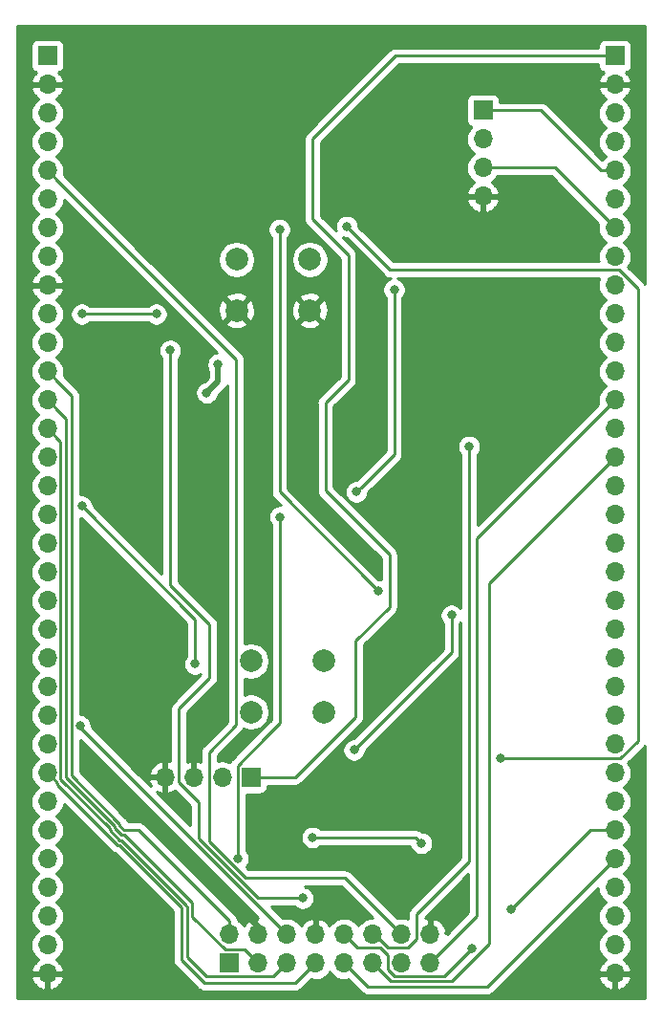
<source format=gbl>
G04 #@! TF.GenerationSoftware,KiCad,Pcbnew,(5.1.0)-1*
G04 #@! TF.CreationDate,2019-03-31T01:00:59-04:00*
G04 #@! TF.ProjectId,MiniProjectBoardProject,4d696e69-5072-46f6-9a65-6374426f6172,rev?*
G04 #@! TF.SameCoordinates,Original*
G04 #@! TF.FileFunction,Copper,L2,Bot*
G04 #@! TF.FilePolarity,Positive*
%FSLAX46Y46*%
G04 Gerber Fmt 4.6, Leading zero omitted, Abs format (unit mm)*
G04 Created by KiCad (PCBNEW (5.1.0)-1) date 2019-03-31 01:00:59*
%MOMM*%
%LPD*%
G04 APERTURE LIST*
%ADD10O,1.700000X1.700000*%
%ADD11R,1.700000X1.700000*%
%ADD12C,2.000000*%
%ADD13C,0.800000*%
%ADD14C,0.250000*%
%ADD15C,0.500000*%
%ADD16C,0.254000*%
G04 APERTURE END LIST*
D10*
X120530000Y-136460000D03*
X120530000Y-139000000D03*
X117990000Y-136460000D03*
X117990000Y-139000000D03*
X115450000Y-136460000D03*
X115450000Y-139000000D03*
X112910000Y-136460000D03*
X112910000Y-139000000D03*
X110370000Y-136460000D03*
X110370000Y-139000000D03*
X107830000Y-136460000D03*
X107830000Y-139000000D03*
X105290000Y-136460000D03*
X105290000Y-139000000D03*
X102750000Y-136460000D03*
D11*
X102750000Y-139000000D03*
D10*
X136906000Y-139954000D03*
X136906000Y-137414000D03*
X136906000Y-134874000D03*
X136906000Y-132334000D03*
X136906000Y-129794000D03*
X136906000Y-127254000D03*
X136906000Y-124714000D03*
X136906000Y-122174000D03*
X136906000Y-119634000D03*
X136906000Y-117094000D03*
X136906000Y-114554000D03*
X136906000Y-112014000D03*
X136906000Y-109474000D03*
X136906000Y-106934000D03*
X136906000Y-104394000D03*
X136906000Y-101854000D03*
X136906000Y-99314000D03*
X136906000Y-96774000D03*
X136906000Y-94234000D03*
X136906000Y-91694000D03*
X136906000Y-89154000D03*
X136906000Y-86614000D03*
X136906000Y-84074000D03*
X136906000Y-81534000D03*
X136906000Y-78994000D03*
X136906000Y-76454000D03*
X136906000Y-73914000D03*
X136906000Y-71374000D03*
X136906000Y-68834000D03*
X136906000Y-66294000D03*
X136906000Y-63754000D03*
X136906000Y-61214000D03*
D11*
X136906000Y-58674000D03*
D10*
X86614000Y-139954000D03*
X86614000Y-137414000D03*
X86614000Y-134874000D03*
X86614000Y-132334000D03*
X86614000Y-129794000D03*
X86614000Y-127254000D03*
X86614000Y-124714000D03*
X86614000Y-122174000D03*
X86614000Y-119634000D03*
X86614000Y-117094000D03*
X86614000Y-114554000D03*
X86614000Y-112014000D03*
X86614000Y-109474000D03*
X86614000Y-106934000D03*
X86614000Y-104394000D03*
X86614000Y-101854000D03*
X86614000Y-99314000D03*
X86614000Y-96774000D03*
X86614000Y-94234000D03*
X86614000Y-91694000D03*
X86614000Y-89154000D03*
X86614000Y-86614000D03*
X86614000Y-84074000D03*
X86614000Y-81534000D03*
X86614000Y-78994000D03*
X86614000Y-76454000D03*
X86614000Y-73914000D03*
X86614000Y-71374000D03*
X86614000Y-68834000D03*
X86614000Y-66294000D03*
X86614000Y-63754000D03*
X86614000Y-61214000D03*
D11*
X86614000Y-58674000D03*
D10*
X125222000Y-71120000D03*
X125222000Y-68580000D03*
X125222000Y-66040000D03*
D11*
X125222000Y-63500000D03*
D10*
X97028000Y-122555000D03*
X99568000Y-122555000D03*
X102108000Y-122555000D03*
D11*
X104648000Y-122555000D03*
D12*
X111148000Y-112268000D03*
X111148000Y-116768000D03*
X104648000Y-112268000D03*
X104648000Y-116768000D03*
X109878000Y-76708000D03*
X109878000Y-81208000D03*
X103378000Y-76708000D03*
X103378000Y-81208000D03*
D13*
X119761000Y-128397000D03*
X110109000Y-127889000D03*
X100750000Y-88500000D03*
X101750000Y-86000000D03*
X89662000Y-81534000D03*
X96266000Y-81534000D03*
X113157000Y-73787000D03*
X126746000Y-120904000D03*
X107188000Y-74041000D03*
X115951004Y-106045000D03*
X122428000Y-108204000D03*
X113792000Y-120142000D03*
X89500000Y-118000000D03*
X89662000Y-98552000D03*
X99695000Y-112522000D03*
X107250000Y-99500000D03*
X103500000Y-129750000D03*
X109250000Y-133250000D03*
X97500000Y-84750000D03*
X124250000Y-137750000D03*
X127750000Y-134250000D03*
X117348000Y-79375000D03*
X114007010Y-97282000D03*
X124000000Y-93250000D03*
X118618000Y-125476000D03*
X121158000Y-117094000D03*
X112268000Y-67056000D03*
X111252000Y-84836000D03*
X108204000Y-83820000D03*
X112268000Y-122174000D03*
X107950000Y-125476000D03*
X98905660Y-125630340D03*
X123000000Y-134000000D03*
X120500000Y-131250000D03*
X114250000Y-134500000D03*
X117750000Y-134500000D03*
X107500000Y-134500000D03*
X104000000Y-134500000D03*
X100250000Y-118250000D03*
X96500000Y-118250000D03*
D14*
X113284000Y-87376000D02*
X113284000Y-76327000D01*
X113284000Y-76327000D02*
X110109000Y-73152000D01*
X113919000Y-110490000D02*
X116930001Y-107478999D01*
X111252000Y-97155000D02*
X111252000Y-89408000D01*
X135806000Y-58674000D02*
X136906000Y-58674000D01*
X108585000Y-122555000D02*
X113919000Y-117221000D01*
X104648000Y-122555000D02*
X108585000Y-122555000D01*
X116930001Y-107478999D02*
X116930001Y-102833001D01*
X111252000Y-89408000D02*
X113284000Y-87376000D01*
X116930001Y-102833001D02*
X111252000Y-97155000D01*
X113919000Y-117221000D02*
X113919000Y-110490000D01*
X110109000Y-73152000D02*
X110109000Y-66040000D01*
X110109000Y-66040000D02*
X117475000Y-58674000D01*
X117475000Y-58674000D02*
X135806000Y-58674000D01*
X119761000Y-128397000D02*
X119253000Y-127889000D01*
X119253000Y-127889000D02*
X110109000Y-127889000D01*
X126322000Y-63500000D02*
X125222000Y-63500000D01*
X130369919Y-63500000D02*
X126322000Y-63500000D01*
X135703919Y-68834000D02*
X130369919Y-63500000D01*
X136906000Y-68834000D02*
X135703919Y-68834000D01*
D15*
X101750000Y-87500000D02*
X100750000Y-88500000D01*
X101750000Y-86000000D02*
X101750000Y-87500000D01*
D14*
X89662000Y-81534000D02*
X94996000Y-81534000D01*
X94996000Y-81534000D02*
X96266000Y-81534000D01*
X137280003Y-77629001D02*
X138938000Y-79286998D01*
X113157000Y-73787000D02*
X116999001Y-77629001D01*
X116999001Y-77629001D02*
X137280003Y-77629001D01*
X138938000Y-119341002D02*
X137375002Y-120904000D01*
X138938000Y-79286998D02*
X138938000Y-119341002D01*
X137375002Y-120904000D02*
X126746000Y-120904000D01*
X107188000Y-74041000D02*
X107188000Y-97281996D01*
X107188000Y-97281996D02*
X115551005Y-105645001D01*
X115551005Y-105645001D02*
X115951004Y-106045000D01*
X122428000Y-108204000D02*
X122428000Y-111506000D01*
X122428000Y-111506000D02*
X113792000Y-120142000D01*
X100500000Y-140750000D02*
X98500000Y-138750000D01*
X87463999Y-123196236D02*
X87463999Y-123023999D01*
X108620000Y-140750000D02*
X100500000Y-140750000D01*
X93015035Y-128575035D02*
X92842798Y-128575035D01*
X98500000Y-138750000D02*
X98500000Y-134060000D01*
X110370000Y-139000000D02*
X108620000Y-140750000D01*
X98500000Y-134060000D02*
X93015035Y-128575035D01*
X92842798Y-128575035D02*
X87463999Y-123196236D01*
X87463999Y-123023999D02*
X86614000Y-122174000D01*
X89500000Y-118130000D02*
X89500000Y-118000000D01*
X107830000Y-136460000D02*
X89500000Y-118130000D01*
X89662000Y-98552000D02*
X99695000Y-108585000D01*
X99695000Y-108585000D02*
X99695000Y-112522000D01*
X99000000Y-138500000D02*
X99000000Y-134000000D01*
X92124976Y-127220802D02*
X92124976Y-127048566D01*
X87789001Y-122712591D02*
X87789001Y-92869001D01*
X107830000Y-139000000D02*
X106654999Y-140175001D01*
X93201435Y-128125024D02*
X93029198Y-128125024D01*
X100675001Y-140175001D02*
X99000000Y-138500000D01*
X93029198Y-128125024D02*
X92124976Y-127220802D01*
X92124976Y-127048566D02*
X87789001Y-122712591D01*
X106654999Y-140175001D02*
X100675001Y-140175001D01*
X98950011Y-133950011D02*
X98950011Y-133873600D01*
X99000000Y-134000000D02*
X98950011Y-133950011D01*
X87463999Y-92543999D02*
X86614000Y-91694000D01*
X87789001Y-92869001D02*
X87463999Y-92543999D01*
X98950011Y-133873600D02*
X93201435Y-128125024D01*
X92574987Y-127034402D02*
X92574987Y-126862166D01*
X99450011Y-134899013D02*
X99450011Y-133813600D01*
X99400022Y-133687200D02*
X93387835Y-127675013D01*
X102375997Y-137824999D02*
X99450011Y-134899013D01*
X93387835Y-127675013D02*
X93215598Y-127675013D01*
X99450011Y-133813600D02*
X99400022Y-133763611D01*
X88250000Y-90790000D02*
X87463999Y-90003999D01*
X93215598Y-127675013D02*
X92574987Y-127034402D01*
X88250000Y-122537179D02*
X88250000Y-90790000D01*
X87463999Y-90003999D02*
X86614000Y-89154000D01*
X99400022Y-133763611D02*
X99400022Y-133687200D01*
X105290000Y-139000000D02*
X104114999Y-137824999D01*
X104114999Y-137824999D02*
X102375997Y-137824999D01*
X92574987Y-126862166D02*
X88250000Y-122537179D01*
X94717083Y-127225002D02*
X93401998Y-127225002D01*
X93024998Y-126848002D02*
X93024998Y-126675766D01*
X88750000Y-88750000D02*
X87463999Y-87463999D01*
X93024998Y-126675766D02*
X88750000Y-122400768D01*
X102750000Y-135257919D02*
X94717083Y-127225002D01*
X102750000Y-136460000D02*
X102750000Y-135257919D01*
X93401998Y-127225002D02*
X93024998Y-126848002D01*
X88750000Y-122400768D02*
X88750000Y-88750000D01*
X87463999Y-87463999D02*
X86614000Y-86614000D01*
X107250000Y-99500000D02*
X107250000Y-116127002D01*
X107250000Y-116127002D02*
X107250000Y-117750000D01*
X107250000Y-117750000D02*
X106000000Y-119000000D01*
X103472999Y-129722999D02*
X103500000Y-129750000D01*
X103472999Y-121527001D02*
X103472999Y-129722999D01*
X106000000Y-119000000D02*
X103472999Y-121527001D01*
X117990000Y-136460000D02*
X113005002Y-131475002D01*
X100932999Y-120317001D02*
X103322999Y-117927001D01*
X87463999Y-69683999D02*
X86614000Y-68834000D01*
X103322999Y-85542999D02*
X87463999Y-69683999D01*
X103322999Y-117927001D02*
X103322999Y-85542999D01*
X100932999Y-128256003D02*
X100932999Y-120317001D01*
X113005002Y-131475002D02*
X104151998Y-131475002D01*
X104151998Y-131475002D02*
X100932999Y-128256003D01*
X105290585Y-133250000D02*
X109250000Y-133250000D01*
X100023998Y-127983413D02*
X105290585Y-133250000D01*
X100023998Y-124750000D02*
X100023998Y-127983413D01*
X97500000Y-105500000D02*
X101000000Y-109000000D01*
X97500000Y-84750000D02*
X97500000Y-105500000D01*
X101000000Y-109000000D02*
X101000000Y-113750000D01*
X101000000Y-113750000D02*
X98250000Y-116500000D01*
X98250000Y-116500000D02*
X98250000Y-122976002D01*
X98250000Y-122976002D02*
X100023998Y-124750000D01*
X112910000Y-139000000D02*
X114985023Y-141075023D01*
X136056001Y-130643999D02*
X136906000Y-129794000D01*
X114985023Y-141075023D02*
X125624977Y-141075023D01*
X125624977Y-141075023D02*
X136056001Y-130643999D01*
X117425999Y-140175001D02*
X121824999Y-140175001D01*
X116814999Y-139564001D02*
X117425999Y-140175001D01*
X116814999Y-138314999D02*
X116814999Y-139564001D01*
X116135001Y-137635001D02*
X116814999Y-138314999D01*
X114085001Y-137635001D02*
X116135001Y-137635001D01*
X112910000Y-136460000D02*
X114085001Y-137635001D01*
X121824999Y-140175001D02*
X124250000Y-137750000D01*
X134746000Y-127254000D02*
X136906000Y-127254000D01*
X127750000Y-134250000D02*
X134746000Y-127254000D01*
X117348000Y-93941010D02*
X114407009Y-96882001D01*
X114407009Y-96882001D02*
X114007010Y-97282000D01*
X117348000Y-79375000D02*
X117348000Y-93941010D01*
X125750000Y-105390000D02*
X136056001Y-95083999D01*
X136056001Y-95083999D02*
X136906000Y-94234000D01*
X122447992Y-140625012D02*
X125750000Y-137323004D01*
X125750000Y-137323004D02*
X125750000Y-105390000D01*
X117075012Y-140625012D02*
X122447992Y-140625012D01*
X115450000Y-139000000D02*
X117075012Y-140625012D01*
X124000000Y-93815685D02*
X124000000Y-93250000D01*
X124000000Y-130000000D02*
X124000000Y-93815685D01*
X116771411Y-137635001D02*
X118614999Y-137635001D01*
X115596410Y-136460000D02*
X116771411Y-137635001D01*
X115450000Y-136460000D02*
X115596410Y-136460000D01*
X119354999Y-136895001D02*
X119354999Y-134645001D01*
X119354999Y-134645001D02*
X124000000Y-130000000D01*
X118614999Y-137635001D02*
X119354999Y-136895001D01*
X120530000Y-139000000D02*
X124700011Y-134829989D01*
X124700011Y-134829989D02*
X124700011Y-101359989D01*
X136056001Y-90003999D02*
X136906000Y-89154000D01*
X124700011Y-101359989D02*
X136056001Y-90003999D01*
X131572000Y-68580000D02*
X136906000Y-73914000D01*
X125222000Y-68580000D02*
X131572000Y-68580000D01*
X112268000Y-67056000D02*
X112776000Y-67056000D01*
D15*
X105290000Y-135790000D02*
X104000000Y-134500000D01*
X105290000Y-136460000D02*
X105290000Y-135790000D01*
D16*
G36*
X139573000Y-78862771D02*
G01*
X139572974Y-78862722D01*
X139478001Y-78746997D01*
X139449004Y-78723200D01*
X138084552Y-77358749D01*
X138146706Y-77283014D01*
X138284599Y-77025034D01*
X138369513Y-76745111D01*
X138398185Y-76454000D01*
X138369513Y-76162889D01*
X138284599Y-75882966D01*
X138146706Y-75624986D01*
X137961134Y-75398866D01*
X137735014Y-75213294D01*
X137680209Y-75184000D01*
X137735014Y-75154706D01*
X137961134Y-74969134D01*
X138146706Y-74743014D01*
X138284599Y-74485034D01*
X138369513Y-74205111D01*
X138398185Y-73914000D01*
X138369513Y-73622889D01*
X138284599Y-73342966D01*
X138146706Y-73084986D01*
X137961134Y-72858866D01*
X137735014Y-72673294D01*
X137680209Y-72644000D01*
X137735014Y-72614706D01*
X137961134Y-72429134D01*
X138146706Y-72203014D01*
X138284599Y-71945034D01*
X138369513Y-71665111D01*
X138398185Y-71374000D01*
X138369513Y-71082889D01*
X138284599Y-70802966D01*
X138146706Y-70544986D01*
X137961134Y-70318866D01*
X137735014Y-70133294D01*
X137680209Y-70104000D01*
X137735014Y-70074706D01*
X137961134Y-69889134D01*
X138146706Y-69663014D01*
X138284599Y-69405034D01*
X138369513Y-69125111D01*
X138398185Y-68834000D01*
X138369513Y-68542889D01*
X138284599Y-68262966D01*
X138146706Y-68004986D01*
X137961134Y-67778866D01*
X137735014Y-67593294D01*
X137680209Y-67564000D01*
X137735014Y-67534706D01*
X137961134Y-67349134D01*
X138146706Y-67123014D01*
X138284599Y-66865034D01*
X138369513Y-66585111D01*
X138398185Y-66294000D01*
X138369513Y-66002889D01*
X138284599Y-65722966D01*
X138146706Y-65464986D01*
X137961134Y-65238866D01*
X137735014Y-65053294D01*
X137680209Y-65024000D01*
X137735014Y-64994706D01*
X137961134Y-64809134D01*
X138146706Y-64583014D01*
X138284599Y-64325034D01*
X138369513Y-64045111D01*
X138398185Y-63754000D01*
X138369513Y-63462889D01*
X138284599Y-63182966D01*
X138146706Y-62924986D01*
X137961134Y-62698866D01*
X137735014Y-62513294D01*
X137670477Y-62478799D01*
X137787355Y-62409178D01*
X138003588Y-62214269D01*
X138177641Y-61980920D01*
X138302825Y-61718099D01*
X138347476Y-61570890D01*
X138226155Y-61341000D01*
X137033000Y-61341000D01*
X137033000Y-61361000D01*
X136779000Y-61361000D01*
X136779000Y-61341000D01*
X135585845Y-61341000D01*
X135464524Y-61570890D01*
X135509175Y-61718099D01*
X135634359Y-61980920D01*
X135808412Y-62214269D01*
X136024645Y-62409178D01*
X136141523Y-62478799D01*
X136076986Y-62513294D01*
X135850866Y-62698866D01*
X135665294Y-62924986D01*
X135527401Y-63182966D01*
X135442487Y-63462889D01*
X135413815Y-63754000D01*
X135442487Y-64045111D01*
X135527401Y-64325034D01*
X135665294Y-64583014D01*
X135850866Y-64809134D01*
X136076986Y-64994706D01*
X136131791Y-65024000D01*
X136076986Y-65053294D01*
X135850866Y-65238866D01*
X135665294Y-65464986D01*
X135527401Y-65722966D01*
X135442487Y-66002889D01*
X135413815Y-66294000D01*
X135442487Y-66585111D01*
X135527401Y-66865034D01*
X135665294Y-67123014D01*
X135850866Y-67349134D01*
X136076986Y-67534706D01*
X136131791Y-67564000D01*
X136076986Y-67593294D01*
X135850866Y-67778866D01*
X135793494Y-67848773D01*
X130933723Y-62989003D01*
X130909920Y-62959999D01*
X130794195Y-62865026D01*
X130662166Y-62794454D01*
X130518905Y-62750997D01*
X130407252Y-62740000D01*
X130407241Y-62740000D01*
X130369919Y-62736324D01*
X130332597Y-62740000D01*
X126710072Y-62740000D01*
X126710072Y-62650000D01*
X126697812Y-62525518D01*
X126661502Y-62405820D01*
X126602537Y-62295506D01*
X126523185Y-62198815D01*
X126426494Y-62119463D01*
X126316180Y-62060498D01*
X126196482Y-62024188D01*
X126072000Y-62011928D01*
X124372000Y-62011928D01*
X124247518Y-62024188D01*
X124127820Y-62060498D01*
X124017506Y-62119463D01*
X123920815Y-62198815D01*
X123841463Y-62295506D01*
X123782498Y-62405820D01*
X123746188Y-62525518D01*
X123733928Y-62650000D01*
X123733928Y-64350000D01*
X123746188Y-64474482D01*
X123782498Y-64594180D01*
X123841463Y-64704494D01*
X123920815Y-64801185D01*
X124017506Y-64880537D01*
X124127820Y-64939502D01*
X124196687Y-64960393D01*
X124166866Y-64984866D01*
X123981294Y-65210986D01*
X123843401Y-65468966D01*
X123758487Y-65748889D01*
X123729815Y-66040000D01*
X123758487Y-66331111D01*
X123843401Y-66611034D01*
X123981294Y-66869014D01*
X124166866Y-67095134D01*
X124392986Y-67280706D01*
X124447791Y-67310000D01*
X124392986Y-67339294D01*
X124166866Y-67524866D01*
X123981294Y-67750986D01*
X123843401Y-68008966D01*
X123758487Y-68288889D01*
X123729815Y-68580000D01*
X123758487Y-68871111D01*
X123843401Y-69151034D01*
X123981294Y-69409014D01*
X124166866Y-69635134D01*
X124392986Y-69820706D01*
X124457523Y-69855201D01*
X124340645Y-69924822D01*
X124124412Y-70119731D01*
X123950359Y-70353080D01*
X123825175Y-70615901D01*
X123780524Y-70763110D01*
X123901845Y-70993000D01*
X125095000Y-70993000D01*
X125095000Y-70973000D01*
X125349000Y-70973000D01*
X125349000Y-70993000D01*
X126542155Y-70993000D01*
X126663476Y-70763110D01*
X126618825Y-70615901D01*
X126493641Y-70353080D01*
X126319588Y-70119731D01*
X126103355Y-69924822D01*
X125986477Y-69855201D01*
X126051014Y-69820706D01*
X126277134Y-69635134D01*
X126462706Y-69409014D01*
X126499595Y-69340000D01*
X131257199Y-69340000D01*
X135465203Y-73548005D01*
X135442487Y-73622889D01*
X135413815Y-73914000D01*
X135442487Y-74205111D01*
X135527401Y-74485034D01*
X135665294Y-74743014D01*
X135850866Y-74969134D01*
X136076986Y-75154706D01*
X136131791Y-75184000D01*
X136076986Y-75213294D01*
X135850866Y-75398866D01*
X135665294Y-75624986D01*
X135527401Y-75882966D01*
X135442487Y-76162889D01*
X135413815Y-76454000D01*
X135442487Y-76745111D01*
X135480069Y-76869001D01*
X117313803Y-76869001D01*
X114192000Y-73747199D01*
X114192000Y-73685061D01*
X114152226Y-73485102D01*
X114074205Y-73296744D01*
X113960937Y-73127226D01*
X113816774Y-72983063D01*
X113647256Y-72869795D01*
X113458898Y-72791774D01*
X113258939Y-72752000D01*
X113055061Y-72752000D01*
X112855102Y-72791774D01*
X112666744Y-72869795D01*
X112497226Y-72983063D01*
X112353063Y-73127226D01*
X112239795Y-73296744D01*
X112161774Y-73485102D01*
X112122000Y-73685061D01*
X112122000Y-73888939D01*
X112161774Y-74088898D01*
X112190818Y-74159017D01*
X110869000Y-72837199D01*
X110869000Y-71476890D01*
X123780524Y-71476890D01*
X123825175Y-71624099D01*
X123950359Y-71886920D01*
X124124412Y-72120269D01*
X124340645Y-72315178D01*
X124590748Y-72464157D01*
X124865109Y-72561481D01*
X125095000Y-72440814D01*
X125095000Y-71247000D01*
X125349000Y-71247000D01*
X125349000Y-72440814D01*
X125578891Y-72561481D01*
X125853252Y-72464157D01*
X126103355Y-72315178D01*
X126319588Y-72120269D01*
X126493641Y-71886920D01*
X126618825Y-71624099D01*
X126663476Y-71476890D01*
X126542155Y-71247000D01*
X125349000Y-71247000D01*
X125095000Y-71247000D01*
X123901845Y-71247000D01*
X123780524Y-71476890D01*
X110869000Y-71476890D01*
X110869000Y-66354801D01*
X117789802Y-59434000D01*
X135417928Y-59434000D01*
X135417928Y-59524000D01*
X135430188Y-59648482D01*
X135466498Y-59768180D01*
X135525463Y-59878494D01*
X135604815Y-59975185D01*
X135701506Y-60054537D01*
X135811820Y-60113502D01*
X135892466Y-60137966D01*
X135808412Y-60213731D01*
X135634359Y-60447080D01*
X135509175Y-60709901D01*
X135464524Y-60857110D01*
X135585845Y-61087000D01*
X136779000Y-61087000D01*
X136779000Y-61067000D01*
X137033000Y-61067000D01*
X137033000Y-61087000D01*
X138226155Y-61087000D01*
X138347476Y-60857110D01*
X138302825Y-60709901D01*
X138177641Y-60447080D01*
X138003588Y-60213731D01*
X137919534Y-60137966D01*
X138000180Y-60113502D01*
X138110494Y-60054537D01*
X138207185Y-59975185D01*
X138286537Y-59878494D01*
X138345502Y-59768180D01*
X138381812Y-59648482D01*
X138394072Y-59524000D01*
X138394072Y-57824000D01*
X138381812Y-57699518D01*
X138345502Y-57579820D01*
X138286537Y-57469506D01*
X138207185Y-57372815D01*
X138110494Y-57293463D01*
X138000180Y-57234498D01*
X137880482Y-57198188D01*
X137756000Y-57185928D01*
X136056000Y-57185928D01*
X135931518Y-57198188D01*
X135811820Y-57234498D01*
X135701506Y-57293463D01*
X135604815Y-57372815D01*
X135525463Y-57469506D01*
X135466498Y-57579820D01*
X135430188Y-57699518D01*
X135417928Y-57824000D01*
X135417928Y-57914000D01*
X117512322Y-57914000D01*
X117474999Y-57910324D01*
X117437676Y-57914000D01*
X117437667Y-57914000D01*
X117326014Y-57924997D01*
X117182753Y-57968454D01*
X117050723Y-58039026D01*
X116967083Y-58107668D01*
X116934999Y-58133999D01*
X116911201Y-58162997D01*
X109597998Y-65476201D01*
X109569000Y-65499999D01*
X109545202Y-65528997D01*
X109545201Y-65528998D01*
X109474026Y-65615724D01*
X109403454Y-65747754D01*
X109359998Y-65891015D01*
X109345324Y-66040000D01*
X109349001Y-66077332D01*
X109349000Y-73114677D01*
X109345324Y-73152000D01*
X109349000Y-73189322D01*
X109349000Y-73189332D01*
X109359997Y-73300985D01*
X109403454Y-73444246D01*
X109474026Y-73576276D01*
X109507221Y-73616724D01*
X109568999Y-73692001D01*
X109598003Y-73715804D01*
X112524001Y-76641803D01*
X112524000Y-87061198D01*
X110740998Y-88844201D01*
X110712000Y-88867999D01*
X110688202Y-88896997D01*
X110688201Y-88896998D01*
X110617026Y-88983724D01*
X110546454Y-89115754D01*
X110502998Y-89259015D01*
X110488324Y-89408000D01*
X110492001Y-89445332D01*
X110492000Y-97117678D01*
X110488324Y-97155000D01*
X110492000Y-97192322D01*
X110492000Y-97192332D01*
X110502997Y-97303985D01*
X110541521Y-97430985D01*
X110546454Y-97447246D01*
X110617026Y-97579276D01*
X110656871Y-97627826D01*
X110711999Y-97695001D01*
X110741003Y-97718804D01*
X116170002Y-103147804D01*
X116170002Y-105033284D01*
X116052943Y-105010000D01*
X115990806Y-105010000D01*
X107948000Y-96967195D01*
X107948000Y-82343413D01*
X108922192Y-82343413D01*
X109017956Y-82607814D01*
X109307571Y-82748704D01*
X109619108Y-82830384D01*
X109940595Y-82849718D01*
X110259675Y-82805961D01*
X110564088Y-82700795D01*
X110738044Y-82607814D01*
X110833808Y-82343413D01*
X109878000Y-81387605D01*
X108922192Y-82343413D01*
X107948000Y-82343413D01*
X107948000Y-81270595D01*
X108236282Y-81270595D01*
X108280039Y-81589675D01*
X108385205Y-81894088D01*
X108478186Y-82068044D01*
X108742587Y-82163808D01*
X109698395Y-81208000D01*
X110057605Y-81208000D01*
X111013413Y-82163808D01*
X111277814Y-82068044D01*
X111418704Y-81778429D01*
X111500384Y-81466892D01*
X111519718Y-81145405D01*
X111475961Y-80826325D01*
X111370795Y-80521912D01*
X111277814Y-80347956D01*
X111013413Y-80252192D01*
X110057605Y-81208000D01*
X109698395Y-81208000D01*
X108742587Y-80252192D01*
X108478186Y-80347956D01*
X108337296Y-80637571D01*
X108255616Y-80949108D01*
X108236282Y-81270595D01*
X107948000Y-81270595D01*
X107948000Y-80072587D01*
X108922192Y-80072587D01*
X109878000Y-81028395D01*
X110833808Y-80072587D01*
X110738044Y-79808186D01*
X110448429Y-79667296D01*
X110136892Y-79585616D01*
X109815405Y-79566282D01*
X109496325Y-79610039D01*
X109191912Y-79715205D01*
X109017956Y-79808186D01*
X108922192Y-80072587D01*
X107948000Y-80072587D01*
X107948000Y-76546967D01*
X108243000Y-76546967D01*
X108243000Y-76869033D01*
X108305832Y-77184912D01*
X108429082Y-77482463D01*
X108608013Y-77750252D01*
X108835748Y-77977987D01*
X109103537Y-78156918D01*
X109401088Y-78280168D01*
X109716967Y-78343000D01*
X110039033Y-78343000D01*
X110354912Y-78280168D01*
X110652463Y-78156918D01*
X110920252Y-77977987D01*
X111147987Y-77750252D01*
X111326918Y-77482463D01*
X111450168Y-77184912D01*
X111513000Y-76869033D01*
X111513000Y-76546967D01*
X111450168Y-76231088D01*
X111326918Y-75933537D01*
X111147987Y-75665748D01*
X110920252Y-75438013D01*
X110652463Y-75259082D01*
X110354912Y-75135832D01*
X110039033Y-75073000D01*
X109716967Y-75073000D01*
X109401088Y-75135832D01*
X109103537Y-75259082D01*
X108835748Y-75438013D01*
X108608013Y-75665748D01*
X108429082Y-75933537D01*
X108305832Y-76231088D01*
X108243000Y-76546967D01*
X107948000Y-76546967D01*
X107948000Y-74744711D01*
X107991937Y-74700774D01*
X108105205Y-74531256D01*
X108183226Y-74342898D01*
X108223000Y-74142939D01*
X108223000Y-73939061D01*
X108183226Y-73739102D01*
X108105205Y-73550744D01*
X107991937Y-73381226D01*
X107847774Y-73237063D01*
X107678256Y-73123795D01*
X107489898Y-73045774D01*
X107289939Y-73006000D01*
X107086061Y-73006000D01*
X106886102Y-73045774D01*
X106697744Y-73123795D01*
X106528226Y-73237063D01*
X106384063Y-73381226D01*
X106270795Y-73550744D01*
X106192774Y-73739102D01*
X106153000Y-73939061D01*
X106153000Y-74142939D01*
X106192774Y-74342898D01*
X106270795Y-74531256D01*
X106384063Y-74700774D01*
X106428000Y-74744711D01*
X106428001Y-97244663D01*
X106424324Y-97281996D01*
X106438998Y-97430981D01*
X106482454Y-97574242D01*
X106553026Y-97706272D01*
X106620365Y-97788324D01*
X106648000Y-97821997D01*
X106676998Y-97845795D01*
X107296203Y-98465000D01*
X107148061Y-98465000D01*
X106948102Y-98504774D01*
X106759744Y-98582795D01*
X106590226Y-98696063D01*
X106446063Y-98840226D01*
X106332795Y-99009744D01*
X106254774Y-99198102D01*
X106215000Y-99398061D01*
X106215000Y-99601939D01*
X106254774Y-99801898D01*
X106332795Y-99990256D01*
X106446063Y-100159774D01*
X106490000Y-100203711D01*
X106490001Y-116089660D01*
X106490000Y-116089670D01*
X106490001Y-117435197D01*
X105489002Y-118436197D01*
X105488997Y-118436201D01*
X102962002Y-120963197D01*
X102932998Y-120987000D01*
X102903826Y-121022547D01*
X102838025Y-121102725D01*
X102772065Y-121226127D01*
X102679034Y-121176401D01*
X102399111Y-121091487D01*
X102180950Y-121070000D01*
X102035050Y-121070000D01*
X101816889Y-121091487D01*
X101692999Y-121129069D01*
X101692999Y-120631802D01*
X103834008Y-118490795D01*
X103863000Y-118467002D01*
X103886794Y-118438009D01*
X103886798Y-118438005D01*
X103957972Y-118351278D01*
X103957973Y-118351277D01*
X104001466Y-118269908D01*
X104171088Y-118340168D01*
X104486967Y-118403000D01*
X104809033Y-118403000D01*
X105124912Y-118340168D01*
X105422463Y-118216918D01*
X105690252Y-118037987D01*
X105917987Y-117810252D01*
X106096918Y-117542463D01*
X106220168Y-117244912D01*
X106283000Y-116929033D01*
X106283000Y-116606967D01*
X106220168Y-116291088D01*
X106096918Y-115993537D01*
X105917987Y-115725748D01*
X105690252Y-115498013D01*
X105422463Y-115319082D01*
X105124912Y-115195832D01*
X104809033Y-115133000D01*
X104486967Y-115133000D01*
X104171088Y-115195832D01*
X104082999Y-115232320D01*
X104082999Y-113803680D01*
X104171088Y-113840168D01*
X104486967Y-113903000D01*
X104809033Y-113903000D01*
X105124912Y-113840168D01*
X105422463Y-113716918D01*
X105690252Y-113537987D01*
X105917987Y-113310252D01*
X106096918Y-113042463D01*
X106220168Y-112744912D01*
X106283000Y-112429033D01*
X106283000Y-112106967D01*
X106220168Y-111791088D01*
X106096918Y-111493537D01*
X105917987Y-111225748D01*
X105690252Y-110998013D01*
X105422463Y-110819082D01*
X105124912Y-110695832D01*
X104809033Y-110633000D01*
X104486967Y-110633000D01*
X104171088Y-110695832D01*
X104082999Y-110732320D01*
X104082999Y-85580322D01*
X104086675Y-85542999D01*
X104082999Y-85505676D01*
X104082999Y-85505666D01*
X104072002Y-85394013D01*
X104028545Y-85250752D01*
X103999313Y-85196063D01*
X103957973Y-85118722D01*
X103886798Y-85031996D01*
X103863000Y-85002998D01*
X103834002Y-84979200D01*
X101198215Y-82343413D01*
X102422192Y-82343413D01*
X102517956Y-82607814D01*
X102807571Y-82748704D01*
X103119108Y-82830384D01*
X103440595Y-82849718D01*
X103759675Y-82805961D01*
X104064088Y-82700795D01*
X104238044Y-82607814D01*
X104333808Y-82343413D01*
X103378000Y-81387605D01*
X102422192Y-82343413D01*
X101198215Y-82343413D01*
X100125397Y-81270595D01*
X101736282Y-81270595D01*
X101780039Y-81589675D01*
X101885205Y-81894088D01*
X101978186Y-82068044D01*
X102242587Y-82163808D01*
X103198395Y-81208000D01*
X103557605Y-81208000D01*
X104513413Y-82163808D01*
X104777814Y-82068044D01*
X104918704Y-81778429D01*
X105000384Y-81466892D01*
X105019718Y-81145405D01*
X104975961Y-80826325D01*
X104870795Y-80521912D01*
X104777814Y-80347956D01*
X104513413Y-80252192D01*
X103557605Y-81208000D01*
X103198395Y-81208000D01*
X102242587Y-80252192D01*
X101978186Y-80347956D01*
X101837296Y-80637571D01*
X101755616Y-80949108D01*
X101736282Y-81270595D01*
X100125397Y-81270595D01*
X98927389Y-80072587D01*
X102422192Y-80072587D01*
X103378000Y-81028395D01*
X104333808Y-80072587D01*
X104238044Y-79808186D01*
X103948429Y-79667296D01*
X103636892Y-79585616D01*
X103315405Y-79566282D01*
X102996325Y-79610039D01*
X102691912Y-79715205D01*
X102517956Y-79808186D01*
X102422192Y-80072587D01*
X98927389Y-80072587D01*
X95401769Y-76546967D01*
X101743000Y-76546967D01*
X101743000Y-76869033D01*
X101805832Y-77184912D01*
X101929082Y-77482463D01*
X102108013Y-77750252D01*
X102335748Y-77977987D01*
X102603537Y-78156918D01*
X102901088Y-78280168D01*
X103216967Y-78343000D01*
X103539033Y-78343000D01*
X103854912Y-78280168D01*
X104152463Y-78156918D01*
X104420252Y-77977987D01*
X104647987Y-77750252D01*
X104826918Y-77482463D01*
X104950168Y-77184912D01*
X105013000Y-76869033D01*
X105013000Y-76546967D01*
X104950168Y-76231088D01*
X104826918Y-75933537D01*
X104647987Y-75665748D01*
X104420252Y-75438013D01*
X104152463Y-75259082D01*
X103854912Y-75135832D01*
X103539033Y-75073000D01*
X103216967Y-75073000D01*
X102901088Y-75135832D01*
X102603537Y-75259082D01*
X102335748Y-75438013D01*
X102108013Y-75665748D01*
X101929082Y-75933537D01*
X101805832Y-76231088D01*
X101743000Y-76546967D01*
X95401769Y-76546967D01*
X88054797Y-69199996D01*
X88077513Y-69125111D01*
X88106185Y-68834000D01*
X88077513Y-68542889D01*
X87992599Y-68262966D01*
X87854706Y-68004986D01*
X87669134Y-67778866D01*
X87443014Y-67593294D01*
X87388209Y-67564000D01*
X87443014Y-67534706D01*
X87669134Y-67349134D01*
X87854706Y-67123014D01*
X87992599Y-66865034D01*
X88077513Y-66585111D01*
X88106185Y-66294000D01*
X88077513Y-66002889D01*
X87992599Y-65722966D01*
X87854706Y-65464986D01*
X87669134Y-65238866D01*
X87443014Y-65053294D01*
X87388209Y-65024000D01*
X87443014Y-64994706D01*
X87669134Y-64809134D01*
X87854706Y-64583014D01*
X87992599Y-64325034D01*
X88077513Y-64045111D01*
X88106185Y-63754000D01*
X88077513Y-63462889D01*
X87992599Y-63182966D01*
X87854706Y-62924986D01*
X87669134Y-62698866D01*
X87443014Y-62513294D01*
X87378477Y-62478799D01*
X87495355Y-62409178D01*
X87711588Y-62214269D01*
X87885641Y-61980920D01*
X88010825Y-61718099D01*
X88055476Y-61570890D01*
X87934155Y-61341000D01*
X86741000Y-61341000D01*
X86741000Y-61361000D01*
X86487000Y-61361000D01*
X86487000Y-61341000D01*
X85293845Y-61341000D01*
X85172524Y-61570890D01*
X85217175Y-61718099D01*
X85342359Y-61980920D01*
X85516412Y-62214269D01*
X85732645Y-62409178D01*
X85849523Y-62478799D01*
X85784986Y-62513294D01*
X85558866Y-62698866D01*
X85373294Y-62924986D01*
X85235401Y-63182966D01*
X85150487Y-63462889D01*
X85121815Y-63754000D01*
X85150487Y-64045111D01*
X85235401Y-64325034D01*
X85373294Y-64583014D01*
X85558866Y-64809134D01*
X85784986Y-64994706D01*
X85839791Y-65024000D01*
X85784986Y-65053294D01*
X85558866Y-65238866D01*
X85373294Y-65464986D01*
X85235401Y-65722966D01*
X85150487Y-66002889D01*
X85121815Y-66294000D01*
X85150487Y-66585111D01*
X85235401Y-66865034D01*
X85373294Y-67123014D01*
X85558866Y-67349134D01*
X85784986Y-67534706D01*
X85839791Y-67564000D01*
X85784986Y-67593294D01*
X85558866Y-67778866D01*
X85373294Y-68004986D01*
X85235401Y-68262966D01*
X85150487Y-68542889D01*
X85121815Y-68834000D01*
X85150487Y-69125111D01*
X85235401Y-69405034D01*
X85373294Y-69663014D01*
X85558866Y-69889134D01*
X85784986Y-70074706D01*
X85839791Y-70104000D01*
X85784986Y-70133294D01*
X85558866Y-70318866D01*
X85373294Y-70544986D01*
X85235401Y-70802966D01*
X85150487Y-71082889D01*
X85121815Y-71374000D01*
X85150487Y-71665111D01*
X85235401Y-71945034D01*
X85373294Y-72203014D01*
X85558866Y-72429134D01*
X85784986Y-72614706D01*
X85839791Y-72644000D01*
X85784986Y-72673294D01*
X85558866Y-72858866D01*
X85373294Y-73084986D01*
X85235401Y-73342966D01*
X85150487Y-73622889D01*
X85121815Y-73914000D01*
X85150487Y-74205111D01*
X85235401Y-74485034D01*
X85373294Y-74743014D01*
X85558866Y-74969134D01*
X85784986Y-75154706D01*
X85839791Y-75184000D01*
X85784986Y-75213294D01*
X85558866Y-75398866D01*
X85373294Y-75624986D01*
X85235401Y-75882966D01*
X85150487Y-76162889D01*
X85121815Y-76454000D01*
X85150487Y-76745111D01*
X85235401Y-77025034D01*
X85373294Y-77283014D01*
X85558866Y-77509134D01*
X85784986Y-77694706D01*
X85849523Y-77729201D01*
X85732645Y-77798822D01*
X85516412Y-77993731D01*
X85342359Y-78227080D01*
X85217175Y-78489901D01*
X85172524Y-78637110D01*
X85293845Y-78867000D01*
X86487000Y-78867000D01*
X86487000Y-78847000D01*
X86741000Y-78847000D01*
X86741000Y-78867000D01*
X87934155Y-78867000D01*
X88055476Y-78637110D01*
X88010825Y-78489901D01*
X87885641Y-78227080D01*
X87711588Y-77993731D01*
X87495355Y-77798822D01*
X87378477Y-77729201D01*
X87443014Y-77694706D01*
X87669134Y-77509134D01*
X87854706Y-77283014D01*
X87992599Y-77025034D01*
X88077513Y-76745111D01*
X88106185Y-76454000D01*
X88077513Y-76162889D01*
X87992599Y-75882966D01*
X87854706Y-75624986D01*
X87669134Y-75398866D01*
X87443014Y-75213294D01*
X87388209Y-75184000D01*
X87443014Y-75154706D01*
X87669134Y-74969134D01*
X87854706Y-74743014D01*
X87992599Y-74485034D01*
X88077513Y-74205111D01*
X88106185Y-73914000D01*
X88077513Y-73622889D01*
X87992599Y-73342966D01*
X87854706Y-73084986D01*
X87669134Y-72858866D01*
X87443014Y-72673294D01*
X87388209Y-72644000D01*
X87443014Y-72614706D01*
X87669134Y-72429134D01*
X87854706Y-72203014D01*
X87992599Y-71945034D01*
X88077513Y-71665111D01*
X88103765Y-71398566D01*
X101670198Y-84965000D01*
X101648061Y-84965000D01*
X101448102Y-85004774D01*
X101259744Y-85082795D01*
X101090226Y-85196063D01*
X100946063Y-85340226D01*
X100832795Y-85509744D01*
X100754774Y-85698102D01*
X100715000Y-85898061D01*
X100715000Y-86101939D01*
X100754774Y-86301898D01*
X100832795Y-86490256D01*
X100865000Y-86538455D01*
X100865001Y-87133421D01*
X100504957Y-87493465D01*
X100448102Y-87504774D01*
X100259744Y-87582795D01*
X100090226Y-87696063D01*
X99946063Y-87840226D01*
X99832795Y-88009744D01*
X99754774Y-88198102D01*
X99715000Y-88398061D01*
X99715000Y-88601939D01*
X99754774Y-88801898D01*
X99832795Y-88990256D01*
X99946063Y-89159774D01*
X100090226Y-89303937D01*
X100259744Y-89417205D01*
X100448102Y-89495226D01*
X100648061Y-89535000D01*
X100851939Y-89535000D01*
X101051898Y-89495226D01*
X101240256Y-89417205D01*
X101409774Y-89303937D01*
X101553937Y-89159774D01*
X101667205Y-88990256D01*
X101745226Y-88801898D01*
X101756535Y-88745043D01*
X102345049Y-88156530D01*
X102378817Y-88128817D01*
X102420922Y-88077513D01*
X102489411Y-87994059D01*
X102563000Y-87856383D01*
X102562999Y-117612198D01*
X100421997Y-119753202D01*
X100392999Y-119777000D01*
X100369201Y-119805998D01*
X100369200Y-119805999D01*
X100298025Y-119892725D01*
X100227453Y-120024755D01*
X100203209Y-120104679D01*
X100191889Y-120142000D01*
X100183997Y-120168016D01*
X100169323Y-120317001D01*
X100173000Y-120354333D01*
X100173000Y-121206235D01*
X100072099Y-121158175D01*
X99924890Y-121113524D01*
X99695000Y-121234845D01*
X99695000Y-122428000D01*
X99715000Y-122428000D01*
X99715000Y-122682000D01*
X99695000Y-122682000D01*
X99695000Y-122702000D01*
X99441000Y-122702000D01*
X99441000Y-122682000D01*
X99421000Y-122682000D01*
X99421000Y-122428000D01*
X99441000Y-122428000D01*
X99441000Y-121234845D01*
X99211110Y-121113524D01*
X99063901Y-121158175D01*
X99010000Y-121183849D01*
X99010000Y-116814801D01*
X101511003Y-114313799D01*
X101540001Y-114290001D01*
X101634974Y-114174276D01*
X101705546Y-114042247D01*
X101749003Y-113898986D01*
X101760000Y-113787333D01*
X101760000Y-113787324D01*
X101763676Y-113750001D01*
X101760000Y-113712678D01*
X101760000Y-109037322D01*
X101763676Y-108999999D01*
X101760000Y-108962676D01*
X101760000Y-108962667D01*
X101749003Y-108851014D01*
X101705546Y-108707753D01*
X101634974Y-108575724D01*
X101611948Y-108547667D01*
X101563799Y-108488996D01*
X101563795Y-108488992D01*
X101540001Y-108459999D01*
X101511009Y-108436206D01*
X98260000Y-105185199D01*
X98260000Y-85453711D01*
X98303937Y-85409774D01*
X98417205Y-85240256D01*
X98495226Y-85051898D01*
X98535000Y-84851939D01*
X98535000Y-84648061D01*
X98495226Y-84448102D01*
X98417205Y-84259744D01*
X98303937Y-84090226D01*
X98159774Y-83946063D01*
X97990256Y-83832795D01*
X97801898Y-83754774D01*
X97601939Y-83715000D01*
X97398061Y-83715000D01*
X97198102Y-83754774D01*
X97009744Y-83832795D01*
X96840226Y-83946063D01*
X96696063Y-84090226D01*
X96582795Y-84259744D01*
X96504774Y-84448102D01*
X96465000Y-84648061D01*
X96465000Y-84851939D01*
X96504774Y-85051898D01*
X96582795Y-85240256D01*
X96696063Y-85409774D01*
X96740000Y-85453711D01*
X96740001Y-104555199D01*
X90697000Y-98512199D01*
X90697000Y-98450061D01*
X90657226Y-98250102D01*
X90579205Y-98061744D01*
X90465937Y-97892226D01*
X90321774Y-97748063D01*
X90152256Y-97634795D01*
X89963898Y-97556774D01*
X89763939Y-97517000D01*
X89560061Y-97517000D01*
X89510000Y-97526958D01*
X89510000Y-88787322D01*
X89513676Y-88749999D01*
X89510000Y-88712676D01*
X89510000Y-88712667D01*
X89499003Y-88601014D01*
X89455546Y-88457753D01*
X89450576Y-88448454D01*
X89384974Y-88325723D01*
X89313799Y-88238997D01*
X89290001Y-88209999D01*
X89261003Y-88186201D01*
X88054797Y-86979996D01*
X88077513Y-86905111D01*
X88106185Y-86614000D01*
X88077513Y-86322889D01*
X87992599Y-86042966D01*
X87854706Y-85784986D01*
X87669134Y-85558866D01*
X87443014Y-85373294D01*
X87388209Y-85344000D01*
X87443014Y-85314706D01*
X87669134Y-85129134D01*
X87854706Y-84903014D01*
X87992599Y-84645034D01*
X88077513Y-84365111D01*
X88106185Y-84074000D01*
X88077513Y-83782889D01*
X87992599Y-83502966D01*
X87854706Y-83244986D01*
X87669134Y-83018866D01*
X87443014Y-82833294D01*
X87388209Y-82804000D01*
X87443014Y-82774706D01*
X87669134Y-82589134D01*
X87854706Y-82363014D01*
X87992599Y-82105034D01*
X88077513Y-81825111D01*
X88106185Y-81534000D01*
X88096145Y-81432061D01*
X88627000Y-81432061D01*
X88627000Y-81635939D01*
X88666774Y-81835898D01*
X88744795Y-82024256D01*
X88858063Y-82193774D01*
X89002226Y-82337937D01*
X89171744Y-82451205D01*
X89360102Y-82529226D01*
X89560061Y-82569000D01*
X89763939Y-82569000D01*
X89963898Y-82529226D01*
X90152256Y-82451205D01*
X90321774Y-82337937D01*
X90365711Y-82294000D01*
X95562289Y-82294000D01*
X95606226Y-82337937D01*
X95775744Y-82451205D01*
X95964102Y-82529226D01*
X96164061Y-82569000D01*
X96367939Y-82569000D01*
X96567898Y-82529226D01*
X96756256Y-82451205D01*
X96925774Y-82337937D01*
X97069937Y-82193774D01*
X97183205Y-82024256D01*
X97261226Y-81835898D01*
X97301000Y-81635939D01*
X97301000Y-81432061D01*
X97261226Y-81232102D01*
X97183205Y-81043744D01*
X97069937Y-80874226D01*
X96925774Y-80730063D01*
X96756256Y-80616795D01*
X96567898Y-80538774D01*
X96367939Y-80499000D01*
X96164061Y-80499000D01*
X95964102Y-80538774D01*
X95775744Y-80616795D01*
X95606226Y-80730063D01*
X95562289Y-80774000D01*
X90365711Y-80774000D01*
X90321774Y-80730063D01*
X90152256Y-80616795D01*
X89963898Y-80538774D01*
X89763939Y-80499000D01*
X89560061Y-80499000D01*
X89360102Y-80538774D01*
X89171744Y-80616795D01*
X89002226Y-80730063D01*
X88858063Y-80874226D01*
X88744795Y-81043744D01*
X88666774Y-81232102D01*
X88627000Y-81432061D01*
X88096145Y-81432061D01*
X88077513Y-81242889D01*
X87992599Y-80962966D01*
X87854706Y-80704986D01*
X87669134Y-80478866D01*
X87443014Y-80293294D01*
X87378477Y-80258799D01*
X87495355Y-80189178D01*
X87711588Y-79994269D01*
X87885641Y-79760920D01*
X88010825Y-79498099D01*
X88055476Y-79350890D01*
X87934155Y-79121000D01*
X86741000Y-79121000D01*
X86741000Y-79141000D01*
X86487000Y-79141000D01*
X86487000Y-79121000D01*
X85293845Y-79121000D01*
X85172524Y-79350890D01*
X85217175Y-79498099D01*
X85342359Y-79760920D01*
X85516412Y-79994269D01*
X85732645Y-80189178D01*
X85849523Y-80258799D01*
X85784986Y-80293294D01*
X85558866Y-80478866D01*
X85373294Y-80704986D01*
X85235401Y-80962966D01*
X85150487Y-81242889D01*
X85121815Y-81534000D01*
X85150487Y-81825111D01*
X85235401Y-82105034D01*
X85373294Y-82363014D01*
X85558866Y-82589134D01*
X85784986Y-82774706D01*
X85839791Y-82804000D01*
X85784986Y-82833294D01*
X85558866Y-83018866D01*
X85373294Y-83244986D01*
X85235401Y-83502966D01*
X85150487Y-83782889D01*
X85121815Y-84074000D01*
X85150487Y-84365111D01*
X85235401Y-84645034D01*
X85373294Y-84903014D01*
X85558866Y-85129134D01*
X85784986Y-85314706D01*
X85839791Y-85344000D01*
X85784986Y-85373294D01*
X85558866Y-85558866D01*
X85373294Y-85784986D01*
X85235401Y-86042966D01*
X85150487Y-86322889D01*
X85121815Y-86614000D01*
X85150487Y-86905111D01*
X85235401Y-87185034D01*
X85373294Y-87443014D01*
X85558866Y-87669134D01*
X85784986Y-87854706D01*
X85839791Y-87884000D01*
X85784986Y-87913294D01*
X85558866Y-88098866D01*
X85373294Y-88324986D01*
X85235401Y-88582966D01*
X85150487Y-88862889D01*
X85121815Y-89154000D01*
X85150487Y-89445111D01*
X85235401Y-89725034D01*
X85373294Y-89983014D01*
X85558866Y-90209134D01*
X85784986Y-90394706D01*
X85839791Y-90424000D01*
X85784986Y-90453294D01*
X85558866Y-90638866D01*
X85373294Y-90864986D01*
X85235401Y-91122966D01*
X85150487Y-91402889D01*
X85121815Y-91694000D01*
X85150487Y-91985111D01*
X85235401Y-92265034D01*
X85373294Y-92523014D01*
X85558866Y-92749134D01*
X85784986Y-92934706D01*
X85839791Y-92964000D01*
X85784986Y-92993294D01*
X85558866Y-93178866D01*
X85373294Y-93404986D01*
X85235401Y-93662966D01*
X85150487Y-93942889D01*
X85121815Y-94234000D01*
X85150487Y-94525111D01*
X85235401Y-94805034D01*
X85373294Y-95063014D01*
X85558866Y-95289134D01*
X85784986Y-95474706D01*
X85839791Y-95504000D01*
X85784986Y-95533294D01*
X85558866Y-95718866D01*
X85373294Y-95944986D01*
X85235401Y-96202966D01*
X85150487Y-96482889D01*
X85121815Y-96774000D01*
X85150487Y-97065111D01*
X85235401Y-97345034D01*
X85373294Y-97603014D01*
X85558866Y-97829134D01*
X85784986Y-98014706D01*
X85839791Y-98044000D01*
X85784986Y-98073294D01*
X85558866Y-98258866D01*
X85373294Y-98484986D01*
X85235401Y-98742966D01*
X85150487Y-99022889D01*
X85121815Y-99314000D01*
X85150487Y-99605111D01*
X85235401Y-99885034D01*
X85373294Y-100143014D01*
X85558866Y-100369134D01*
X85784986Y-100554706D01*
X85839791Y-100584000D01*
X85784986Y-100613294D01*
X85558866Y-100798866D01*
X85373294Y-101024986D01*
X85235401Y-101282966D01*
X85150487Y-101562889D01*
X85121815Y-101854000D01*
X85150487Y-102145111D01*
X85235401Y-102425034D01*
X85373294Y-102683014D01*
X85558866Y-102909134D01*
X85784986Y-103094706D01*
X85839791Y-103124000D01*
X85784986Y-103153294D01*
X85558866Y-103338866D01*
X85373294Y-103564986D01*
X85235401Y-103822966D01*
X85150487Y-104102889D01*
X85121815Y-104394000D01*
X85150487Y-104685111D01*
X85235401Y-104965034D01*
X85373294Y-105223014D01*
X85558866Y-105449134D01*
X85784986Y-105634706D01*
X85839791Y-105664000D01*
X85784986Y-105693294D01*
X85558866Y-105878866D01*
X85373294Y-106104986D01*
X85235401Y-106362966D01*
X85150487Y-106642889D01*
X85121815Y-106934000D01*
X85150487Y-107225111D01*
X85235401Y-107505034D01*
X85373294Y-107763014D01*
X85558866Y-107989134D01*
X85784986Y-108174706D01*
X85839791Y-108204000D01*
X85784986Y-108233294D01*
X85558866Y-108418866D01*
X85373294Y-108644986D01*
X85235401Y-108902966D01*
X85150487Y-109182889D01*
X85121815Y-109474000D01*
X85150487Y-109765111D01*
X85235401Y-110045034D01*
X85373294Y-110303014D01*
X85558866Y-110529134D01*
X85784986Y-110714706D01*
X85839791Y-110744000D01*
X85784986Y-110773294D01*
X85558866Y-110958866D01*
X85373294Y-111184986D01*
X85235401Y-111442966D01*
X85150487Y-111722889D01*
X85121815Y-112014000D01*
X85150487Y-112305111D01*
X85235401Y-112585034D01*
X85373294Y-112843014D01*
X85558866Y-113069134D01*
X85784986Y-113254706D01*
X85839791Y-113284000D01*
X85784986Y-113313294D01*
X85558866Y-113498866D01*
X85373294Y-113724986D01*
X85235401Y-113982966D01*
X85150487Y-114262889D01*
X85121815Y-114554000D01*
X85150487Y-114845111D01*
X85235401Y-115125034D01*
X85373294Y-115383014D01*
X85558866Y-115609134D01*
X85784986Y-115794706D01*
X85839791Y-115824000D01*
X85784986Y-115853294D01*
X85558866Y-116038866D01*
X85373294Y-116264986D01*
X85235401Y-116522966D01*
X85150487Y-116802889D01*
X85121815Y-117094000D01*
X85150487Y-117385111D01*
X85235401Y-117665034D01*
X85373294Y-117923014D01*
X85558866Y-118149134D01*
X85784986Y-118334706D01*
X85839791Y-118364000D01*
X85784986Y-118393294D01*
X85558866Y-118578866D01*
X85373294Y-118804986D01*
X85235401Y-119062966D01*
X85150487Y-119342889D01*
X85121815Y-119634000D01*
X85150487Y-119925111D01*
X85235401Y-120205034D01*
X85373294Y-120463014D01*
X85558866Y-120689134D01*
X85784986Y-120874706D01*
X85839791Y-120904000D01*
X85784986Y-120933294D01*
X85558866Y-121118866D01*
X85373294Y-121344986D01*
X85235401Y-121602966D01*
X85150487Y-121882889D01*
X85121815Y-122174000D01*
X85150487Y-122465111D01*
X85235401Y-122745034D01*
X85373294Y-123003014D01*
X85558866Y-123229134D01*
X85784986Y-123414706D01*
X85839791Y-123444000D01*
X85784986Y-123473294D01*
X85558866Y-123658866D01*
X85373294Y-123884986D01*
X85235401Y-124142966D01*
X85150487Y-124422889D01*
X85121815Y-124714000D01*
X85150487Y-125005111D01*
X85235401Y-125285034D01*
X85373294Y-125543014D01*
X85558866Y-125769134D01*
X85784986Y-125954706D01*
X85839791Y-125984000D01*
X85784986Y-126013294D01*
X85558866Y-126198866D01*
X85373294Y-126424986D01*
X85235401Y-126682966D01*
X85150487Y-126962889D01*
X85121815Y-127254000D01*
X85150487Y-127545111D01*
X85235401Y-127825034D01*
X85373294Y-128083014D01*
X85558866Y-128309134D01*
X85784986Y-128494706D01*
X85839791Y-128524000D01*
X85784986Y-128553294D01*
X85558866Y-128738866D01*
X85373294Y-128964986D01*
X85235401Y-129222966D01*
X85150487Y-129502889D01*
X85121815Y-129794000D01*
X85150487Y-130085111D01*
X85235401Y-130365034D01*
X85373294Y-130623014D01*
X85558866Y-130849134D01*
X85784986Y-131034706D01*
X85839791Y-131064000D01*
X85784986Y-131093294D01*
X85558866Y-131278866D01*
X85373294Y-131504986D01*
X85235401Y-131762966D01*
X85150487Y-132042889D01*
X85121815Y-132334000D01*
X85150487Y-132625111D01*
X85235401Y-132905034D01*
X85373294Y-133163014D01*
X85558866Y-133389134D01*
X85784986Y-133574706D01*
X85839791Y-133604000D01*
X85784986Y-133633294D01*
X85558866Y-133818866D01*
X85373294Y-134044986D01*
X85235401Y-134302966D01*
X85150487Y-134582889D01*
X85121815Y-134874000D01*
X85150487Y-135165111D01*
X85235401Y-135445034D01*
X85373294Y-135703014D01*
X85558866Y-135929134D01*
X85784986Y-136114706D01*
X85839791Y-136144000D01*
X85784986Y-136173294D01*
X85558866Y-136358866D01*
X85373294Y-136584986D01*
X85235401Y-136842966D01*
X85150487Y-137122889D01*
X85121815Y-137414000D01*
X85150487Y-137705111D01*
X85235401Y-137985034D01*
X85373294Y-138243014D01*
X85558866Y-138469134D01*
X85784986Y-138654706D01*
X85849523Y-138689201D01*
X85732645Y-138758822D01*
X85516412Y-138953731D01*
X85342359Y-139187080D01*
X85217175Y-139449901D01*
X85172524Y-139597110D01*
X85293845Y-139827000D01*
X86487000Y-139827000D01*
X86487000Y-139807000D01*
X86741000Y-139807000D01*
X86741000Y-139827000D01*
X87934155Y-139827000D01*
X88055476Y-139597110D01*
X88010825Y-139449901D01*
X87885641Y-139187080D01*
X87711588Y-138953731D01*
X87495355Y-138758822D01*
X87378477Y-138689201D01*
X87443014Y-138654706D01*
X87669134Y-138469134D01*
X87854706Y-138243014D01*
X87992599Y-137985034D01*
X88077513Y-137705111D01*
X88106185Y-137414000D01*
X88077513Y-137122889D01*
X87992599Y-136842966D01*
X87854706Y-136584986D01*
X87669134Y-136358866D01*
X87443014Y-136173294D01*
X87388209Y-136144000D01*
X87443014Y-136114706D01*
X87669134Y-135929134D01*
X87854706Y-135703014D01*
X87992599Y-135445034D01*
X88077513Y-135165111D01*
X88106185Y-134874000D01*
X88077513Y-134582889D01*
X87992599Y-134302966D01*
X87854706Y-134044986D01*
X87669134Y-133818866D01*
X87443014Y-133633294D01*
X87388209Y-133604000D01*
X87443014Y-133574706D01*
X87669134Y-133389134D01*
X87854706Y-133163014D01*
X87992599Y-132905034D01*
X88077513Y-132625111D01*
X88106185Y-132334000D01*
X88077513Y-132042889D01*
X87992599Y-131762966D01*
X87854706Y-131504986D01*
X87669134Y-131278866D01*
X87443014Y-131093294D01*
X87388209Y-131064000D01*
X87443014Y-131034706D01*
X87669134Y-130849134D01*
X87854706Y-130623014D01*
X87992599Y-130365034D01*
X88077513Y-130085111D01*
X88106185Y-129794000D01*
X88077513Y-129502889D01*
X87992599Y-129222966D01*
X87854706Y-128964986D01*
X87669134Y-128738866D01*
X87443014Y-128553294D01*
X87388209Y-128524000D01*
X87443014Y-128494706D01*
X87669134Y-128309134D01*
X87854706Y-128083014D01*
X87992599Y-127825034D01*
X88077513Y-127545111D01*
X88106185Y-127254000D01*
X88077513Y-126962889D01*
X87992599Y-126682966D01*
X87854706Y-126424986D01*
X87669134Y-126198866D01*
X87443014Y-126013294D01*
X87388209Y-125984000D01*
X87443014Y-125954706D01*
X87669134Y-125769134D01*
X87854706Y-125543014D01*
X87992599Y-125285034D01*
X88077513Y-125005111D01*
X88088322Y-124895361D01*
X92279003Y-129086043D01*
X92302797Y-129115036D01*
X92331790Y-129138830D01*
X92331794Y-129138834D01*
X92385609Y-129182998D01*
X92418522Y-129210009D01*
X92550551Y-129280581D01*
X92687245Y-129322046D01*
X97740001Y-134374803D01*
X97740000Y-138712677D01*
X97736324Y-138750000D01*
X97740000Y-138787322D01*
X97740000Y-138787332D01*
X97750997Y-138898985D01*
X97787871Y-139020544D01*
X97794454Y-139042246D01*
X97865026Y-139174276D01*
X97890689Y-139205546D01*
X97959999Y-139290001D01*
X97989003Y-139313804D01*
X99936201Y-141261003D01*
X99959999Y-141290001D01*
X99988997Y-141313799D01*
X100075723Y-141384974D01*
X100207753Y-141455546D01*
X100351014Y-141499003D01*
X100462667Y-141510000D01*
X100462676Y-141510000D01*
X100499999Y-141513676D01*
X100537322Y-141510000D01*
X108582678Y-141510000D01*
X108620000Y-141513676D01*
X108657322Y-141510000D01*
X108657333Y-141510000D01*
X108768986Y-141499003D01*
X108912247Y-141455546D01*
X109044276Y-141384974D01*
X109160001Y-141290001D01*
X109183804Y-141260997D01*
X110004005Y-140440797D01*
X110078889Y-140463513D01*
X110297050Y-140485000D01*
X110442950Y-140485000D01*
X110661111Y-140463513D01*
X110941034Y-140378599D01*
X111199014Y-140240706D01*
X111425134Y-140055134D01*
X111610706Y-139829014D01*
X111640000Y-139774209D01*
X111669294Y-139829014D01*
X111854866Y-140055134D01*
X112080986Y-140240706D01*
X112338966Y-140378599D01*
X112618889Y-140463513D01*
X112837050Y-140485000D01*
X112982950Y-140485000D01*
X113201111Y-140463513D01*
X113275996Y-140440797D01*
X114421224Y-141586026D01*
X114445022Y-141615024D01*
X114560747Y-141709997D01*
X114692776Y-141780569D01*
X114836037Y-141824026D01*
X114947690Y-141835023D01*
X114947698Y-141835023D01*
X114985023Y-141838699D01*
X115022348Y-141835023D01*
X125587655Y-141835023D01*
X125624977Y-141838699D01*
X125662299Y-141835023D01*
X125662310Y-141835023D01*
X125773963Y-141824026D01*
X125917224Y-141780569D01*
X126049253Y-141709997D01*
X126164978Y-141615024D01*
X126188781Y-141586020D01*
X127463911Y-140310890D01*
X135464524Y-140310890D01*
X135509175Y-140458099D01*
X135634359Y-140720920D01*
X135808412Y-140954269D01*
X136024645Y-141149178D01*
X136274748Y-141298157D01*
X136549109Y-141395481D01*
X136779000Y-141274814D01*
X136779000Y-140081000D01*
X137033000Y-140081000D01*
X137033000Y-141274814D01*
X137262891Y-141395481D01*
X137537252Y-141298157D01*
X137787355Y-141149178D01*
X138003588Y-140954269D01*
X138177641Y-140720920D01*
X138302825Y-140458099D01*
X138347476Y-140310890D01*
X138226155Y-140081000D01*
X137033000Y-140081000D01*
X136779000Y-140081000D01*
X135585845Y-140081000D01*
X135464524Y-140310890D01*
X127463911Y-140310890D01*
X135416235Y-132358567D01*
X135442487Y-132625111D01*
X135527401Y-132905034D01*
X135665294Y-133163014D01*
X135850866Y-133389134D01*
X136076986Y-133574706D01*
X136131791Y-133604000D01*
X136076986Y-133633294D01*
X135850866Y-133818866D01*
X135665294Y-134044986D01*
X135527401Y-134302966D01*
X135442487Y-134582889D01*
X135413815Y-134874000D01*
X135442487Y-135165111D01*
X135527401Y-135445034D01*
X135665294Y-135703014D01*
X135850866Y-135929134D01*
X136076986Y-136114706D01*
X136131791Y-136144000D01*
X136076986Y-136173294D01*
X135850866Y-136358866D01*
X135665294Y-136584986D01*
X135527401Y-136842966D01*
X135442487Y-137122889D01*
X135413815Y-137414000D01*
X135442487Y-137705111D01*
X135527401Y-137985034D01*
X135665294Y-138243014D01*
X135850866Y-138469134D01*
X136076986Y-138654706D01*
X136141523Y-138689201D01*
X136024645Y-138758822D01*
X135808412Y-138953731D01*
X135634359Y-139187080D01*
X135509175Y-139449901D01*
X135464524Y-139597110D01*
X135585845Y-139827000D01*
X136779000Y-139827000D01*
X136779000Y-139807000D01*
X137033000Y-139807000D01*
X137033000Y-139827000D01*
X138226155Y-139827000D01*
X138347476Y-139597110D01*
X138302825Y-139449901D01*
X138177641Y-139187080D01*
X138003588Y-138953731D01*
X137787355Y-138758822D01*
X137670477Y-138689201D01*
X137735014Y-138654706D01*
X137961134Y-138469134D01*
X138146706Y-138243014D01*
X138284599Y-137985034D01*
X138369513Y-137705111D01*
X138398185Y-137414000D01*
X138369513Y-137122889D01*
X138284599Y-136842966D01*
X138146706Y-136584986D01*
X137961134Y-136358866D01*
X137735014Y-136173294D01*
X137680209Y-136144000D01*
X137735014Y-136114706D01*
X137961134Y-135929134D01*
X138146706Y-135703014D01*
X138284599Y-135445034D01*
X138369513Y-135165111D01*
X138398185Y-134874000D01*
X138369513Y-134582889D01*
X138284599Y-134302966D01*
X138146706Y-134044986D01*
X137961134Y-133818866D01*
X137735014Y-133633294D01*
X137680209Y-133604000D01*
X137735014Y-133574706D01*
X137961134Y-133389134D01*
X138146706Y-133163014D01*
X138284599Y-132905034D01*
X138369513Y-132625111D01*
X138398185Y-132334000D01*
X138369513Y-132042889D01*
X138284599Y-131762966D01*
X138146706Y-131504986D01*
X137961134Y-131278866D01*
X137735014Y-131093294D01*
X137680209Y-131064000D01*
X137735014Y-131034706D01*
X137961134Y-130849134D01*
X138146706Y-130623014D01*
X138284599Y-130365034D01*
X138369513Y-130085111D01*
X138398185Y-129794000D01*
X138369513Y-129502889D01*
X138284599Y-129222966D01*
X138146706Y-128964986D01*
X137961134Y-128738866D01*
X137735014Y-128553294D01*
X137680209Y-128524000D01*
X137735014Y-128494706D01*
X137961134Y-128309134D01*
X138146706Y-128083014D01*
X138284599Y-127825034D01*
X138369513Y-127545111D01*
X138398185Y-127254000D01*
X138369513Y-126962889D01*
X138284599Y-126682966D01*
X138146706Y-126424986D01*
X137961134Y-126198866D01*
X137735014Y-126013294D01*
X137680209Y-125984000D01*
X137735014Y-125954706D01*
X137961134Y-125769134D01*
X138146706Y-125543014D01*
X138284599Y-125285034D01*
X138369513Y-125005111D01*
X138398185Y-124714000D01*
X138369513Y-124422889D01*
X138284599Y-124142966D01*
X138146706Y-123884986D01*
X137961134Y-123658866D01*
X137735014Y-123473294D01*
X137680209Y-123444000D01*
X137735014Y-123414706D01*
X137961134Y-123229134D01*
X138146706Y-123003014D01*
X138284599Y-122745034D01*
X138369513Y-122465111D01*
X138398185Y-122174000D01*
X138369513Y-121882889D01*
X138284599Y-121602966D01*
X138146706Y-121344986D01*
X138084552Y-121269251D01*
X139449003Y-119904801D01*
X139478001Y-119881003D01*
X139511568Y-119840102D01*
X139572974Y-119765279D01*
X139573000Y-119765230D01*
X139573000Y-142113000D01*
X83947000Y-142113000D01*
X83947000Y-140310890D01*
X85172524Y-140310890D01*
X85217175Y-140458099D01*
X85342359Y-140720920D01*
X85516412Y-140954269D01*
X85732645Y-141149178D01*
X85982748Y-141298157D01*
X86257109Y-141395481D01*
X86487000Y-141274814D01*
X86487000Y-140081000D01*
X86741000Y-140081000D01*
X86741000Y-141274814D01*
X86970891Y-141395481D01*
X87245252Y-141298157D01*
X87495355Y-141149178D01*
X87711588Y-140954269D01*
X87885641Y-140720920D01*
X88010825Y-140458099D01*
X88055476Y-140310890D01*
X87934155Y-140081000D01*
X86741000Y-140081000D01*
X86487000Y-140081000D01*
X85293845Y-140081000D01*
X85172524Y-140310890D01*
X83947000Y-140310890D01*
X83947000Y-57824000D01*
X85125928Y-57824000D01*
X85125928Y-59524000D01*
X85138188Y-59648482D01*
X85174498Y-59768180D01*
X85233463Y-59878494D01*
X85312815Y-59975185D01*
X85409506Y-60054537D01*
X85519820Y-60113502D01*
X85600466Y-60137966D01*
X85516412Y-60213731D01*
X85342359Y-60447080D01*
X85217175Y-60709901D01*
X85172524Y-60857110D01*
X85293845Y-61087000D01*
X86487000Y-61087000D01*
X86487000Y-61067000D01*
X86741000Y-61067000D01*
X86741000Y-61087000D01*
X87934155Y-61087000D01*
X88055476Y-60857110D01*
X88010825Y-60709901D01*
X87885641Y-60447080D01*
X87711588Y-60213731D01*
X87627534Y-60137966D01*
X87708180Y-60113502D01*
X87818494Y-60054537D01*
X87915185Y-59975185D01*
X87994537Y-59878494D01*
X88053502Y-59768180D01*
X88089812Y-59648482D01*
X88102072Y-59524000D01*
X88102072Y-57824000D01*
X88089812Y-57699518D01*
X88053502Y-57579820D01*
X87994537Y-57469506D01*
X87915185Y-57372815D01*
X87818494Y-57293463D01*
X87708180Y-57234498D01*
X87588482Y-57198188D01*
X87464000Y-57185928D01*
X85764000Y-57185928D01*
X85639518Y-57198188D01*
X85519820Y-57234498D01*
X85409506Y-57293463D01*
X85312815Y-57372815D01*
X85233463Y-57469506D01*
X85174498Y-57579820D01*
X85138188Y-57699518D01*
X85125928Y-57824000D01*
X83947000Y-57824000D01*
X83947000Y-56007000D01*
X139573000Y-56007000D01*
X139573000Y-78862771D01*
X139573000Y-78862771D01*
G37*
X139573000Y-78862771D02*
X139572974Y-78862722D01*
X139478001Y-78746997D01*
X139449004Y-78723200D01*
X138084552Y-77358749D01*
X138146706Y-77283014D01*
X138284599Y-77025034D01*
X138369513Y-76745111D01*
X138398185Y-76454000D01*
X138369513Y-76162889D01*
X138284599Y-75882966D01*
X138146706Y-75624986D01*
X137961134Y-75398866D01*
X137735014Y-75213294D01*
X137680209Y-75184000D01*
X137735014Y-75154706D01*
X137961134Y-74969134D01*
X138146706Y-74743014D01*
X138284599Y-74485034D01*
X138369513Y-74205111D01*
X138398185Y-73914000D01*
X138369513Y-73622889D01*
X138284599Y-73342966D01*
X138146706Y-73084986D01*
X137961134Y-72858866D01*
X137735014Y-72673294D01*
X137680209Y-72644000D01*
X137735014Y-72614706D01*
X137961134Y-72429134D01*
X138146706Y-72203014D01*
X138284599Y-71945034D01*
X138369513Y-71665111D01*
X138398185Y-71374000D01*
X138369513Y-71082889D01*
X138284599Y-70802966D01*
X138146706Y-70544986D01*
X137961134Y-70318866D01*
X137735014Y-70133294D01*
X137680209Y-70104000D01*
X137735014Y-70074706D01*
X137961134Y-69889134D01*
X138146706Y-69663014D01*
X138284599Y-69405034D01*
X138369513Y-69125111D01*
X138398185Y-68834000D01*
X138369513Y-68542889D01*
X138284599Y-68262966D01*
X138146706Y-68004986D01*
X137961134Y-67778866D01*
X137735014Y-67593294D01*
X137680209Y-67564000D01*
X137735014Y-67534706D01*
X137961134Y-67349134D01*
X138146706Y-67123014D01*
X138284599Y-66865034D01*
X138369513Y-66585111D01*
X138398185Y-66294000D01*
X138369513Y-66002889D01*
X138284599Y-65722966D01*
X138146706Y-65464986D01*
X137961134Y-65238866D01*
X137735014Y-65053294D01*
X137680209Y-65024000D01*
X137735014Y-64994706D01*
X137961134Y-64809134D01*
X138146706Y-64583014D01*
X138284599Y-64325034D01*
X138369513Y-64045111D01*
X138398185Y-63754000D01*
X138369513Y-63462889D01*
X138284599Y-63182966D01*
X138146706Y-62924986D01*
X137961134Y-62698866D01*
X137735014Y-62513294D01*
X137670477Y-62478799D01*
X137787355Y-62409178D01*
X138003588Y-62214269D01*
X138177641Y-61980920D01*
X138302825Y-61718099D01*
X138347476Y-61570890D01*
X138226155Y-61341000D01*
X137033000Y-61341000D01*
X137033000Y-61361000D01*
X136779000Y-61361000D01*
X136779000Y-61341000D01*
X135585845Y-61341000D01*
X135464524Y-61570890D01*
X135509175Y-61718099D01*
X135634359Y-61980920D01*
X135808412Y-62214269D01*
X136024645Y-62409178D01*
X136141523Y-62478799D01*
X136076986Y-62513294D01*
X135850866Y-62698866D01*
X135665294Y-62924986D01*
X135527401Y-63182966D01*
X135442487Y-63462889D01*
X135413815Y-63754000D01*
X135442487Y-64045111D01*
X135527401Y-64325034D01*
X135665294Y-64583014D01*
X135850866Y-64809134D01*
X136076986Y-64994706D01*
X136131791Y-65024000D01*
X136076986Y-65053294D01*
X135850866Y-65238866D01*
X135665294Y-65464986D01*
X135527401Y-65722966D01*
X135442487Y-66002889D01*
X135413815Y-66294000D01*
X135442487Y-66585111D01*
X135527401Y-66865034D01*
X135665294Y-67123014D01*
X135850866Y-67349134D01*
X136076986Y-67534706D01*
X136131791Y-67564000D01*
X136076986Y-67593294D01*
X135850866Y-67778866D01*
X135793494Y-67848773D01*
X130933723Y-62989003D01*
X130909920Y-62959999D01*
X130794195Y-62865026D01*
X130662166Y-62794454D01*
X130518905Y-62750997D01*
X130407252Y-62740000D01*
X130407241Y-62740000D01*
X130369919Y-62736324D01*
X130332597Y-62740000D01*
X126710072Y-62740000D01*
X126710072Y-62650000D01*
X126697812Y-62525518D01*
X126661502Y-62405820D01*
X126602537Y-62295506D01*
X126523185Y-62198815D01*
X126426494Y-62119463D01*
X126316180Y-62060498D01*
X126196482Y-62024188D01*
X126072000Y-62011928D01*
X124372000Y-62011928D01*
X124247518Y-62024188D01*
X124127820Y-62060498D01*
X124017506Y-62119463D01*
X123920815Y-62198815D01*
X123841463Y-62295506D01*
X123782498Y-62405820D01*
X123746188Y-62525518D01*
X123733928Y-62650000D01*
X123733928Y-64350000D01*
X123746188Y-64474482D01*
X123782498Y-64594180D01*
X123841463Y-64704494D01*
X123920815Y-64801185D01*
X124017506Y-64880537D01*
X124127820Y-64939502D01*
X124196687Y-64960393D01*
X124166866Y-64984866D01*
X123981294Y-65210986D01*
X123843401Y-65468966D01*
X123758487Y-65748889D01*
X123729815Y-66040000D01*
X123758487Y-66331111D01*
X123843401Y-66611034D01*
X123981294Y-66869014D01*
X124166866Y-67095134D01*
X124392986Y-67280706D01*
X124447791Y-67310000D01*
X124392986Y-67339294D01*
X124166866Y-67524866D01*
X123981294Y-67750986D01*
X123843401Y-68008966D01*
X123758487Y-68288889D01*
X123729815Y-68580000D01*
X123758487Y-68871111D01*
X123843401Y-69151034D01*
X123981294Y-69409014D01*
X124166866Y-69635134D01*
X124392986Y-69820706D01*
X124457523Y-69855201D01*
X124340645Y-69924822D01*
X124124412Y-70119731D01*
X123950359Y-70353080D01*
X123825175Y-70615901D01*
X123780524Y-70763110D01*
X123901845Y-70993000D01*
X125095000Y-70993000D01*
X125095000Y-70973000D01*
X125349000Y-70973000D01*
X125349000Y-70993000D01*
X126542155Y-70993000D01*
X126663476Y-70763110D01*
X126618825Y-70615901D01*
X126493641Y-70353080D01*
X126319588Y-70119731D01*
X126103355Y-69924822D01*
X125986477Y-69855201D01*
X126051014Y-69820706D01*
X126277134Y-69635134D01*
X126462706Y-69409014D01*
X126499595Y-69340000D01*
X131257199Y-69340000D01*
X135465203Y-73548005D01*
X135442487Y-73622889D01*
X135413815Y-73914000D01*
X135442487Y-74205111D01*
X135527401Y-74485034D01*
X135665294Y-74743014D01*
X135850866Y-74969134D01*
X136076986Y-75154706D01*
X136131791Y-75184000D01*
X136076986Y-75213294D01*
X135850866Y-75398866D01*
X135665294Y-75624986D01*
X135527401Y-75882966D01*
X135442487Y-76162889D01*
X135413815Y-76454000D01*
X135442487Y-76745111D01*
X135480069Y-76869001D01*
X117313803Y-76869001D01*
X114192000Y-73747199D01*
X114192000Y-73685061D01*
X114152226Y-73485102D01*
X114074205Y-73296744D01*
X113960937Y-73127226D01*
X113816774Y-72983063D01*
X113647256Y-72869795D01*
X113458898Y-72791774D01*
X113258939Y-72752000D01*
X113055061Y-72752000D01*
X112855102Y-72791774D01*
X112666744Y-72869795D01*
X112497226Y-72983063D01*
X112353063Y-73127226D01*
X112239795Y-73296744D01*
X112161774Y-73485102D01*
X112122000Y-73685061D01*
X112122000Y-73888939D01*
X112161774Y-74088898D01*
X112190818Y-74159017D01*
X110869000Y-72837199D01*
X110869000Y-71476890D01*
X123780524Y-71476890D01*
X123825175Y-71624099D01*
X123950359Y-71886920D01*
X124124412Y-72120269D01*
X124340645Y-72315178D01*
X124590748Y-72464157D01*
X124865109Y-72561481D01*
X125095000Y-72440814D01*
X125095000Y-71247000D01*
X125349000Y-71247000D01*
X125349000Y-72440814D01*
X125578891Y-72561481D01*
X125853252Y-72464157D01*
X126103355Y-72315178D01*
X126319588Y-72120269D01*
X126493641Y-71886920D01*
X126618825Y-71624099D01*
X126663476Y-71476890D01*
X126542155Y-71247000D01*
X125349000Y-71247000D01*
X125095000Y-71247000D01*
X123901845Y-71247000D01*
X123780524Y-71476890D01*
X110869000Y-71476890D01*
X110869000Y-66354801D01*
X117789802Y-59434000D01*
X135417928Y-59434000D01*
X135417928Y-59524000D01*
X135430188Y-59648482D01*
X135466498Y-59768180D01*
X135525463Y-59878494D01*
X135604815Y-59975185D01*
X135701506Y-60054537D01*
X135811820Y-60113502D01*
X135892466Y-60137966D01*
X135808412Y-60213731D01*
X135634359Y-60447080D01*
X135509175Y-60709901D01*
X135464524Y-60857110D01*
X135585845Y-61087000D01*
X136779000Y-61087000D01*
X136779000Y-61067000D01*
X137033000Y-61067000D01*
X137033000Y-61087000D01*
X138226155Y-61087000D01*
X138347476Y-60857110D01*
X138302825Y-60709901D01*
X138177641Y-60447080D01*
X138003588Y-60213731D01*
X137919534Y-60137966D01*
X138000180Y-60113502D01*
X138110494Y-60054537D01*
X138207185Y-59975185D01*
X138286537Y-59878494D01*
X138345502Y-59768180D01*
X138381812Y-59648482D01*
X138394072Y-59524000D01*
X138394072Y-57824000D01*
X138381812Y-57699518D01*
X138345502Y-57579820D01*
X138286537Y-57469506D01*
X138207185Y-57372815D01*
X138110494Y-57293463D01*
X138000180Y-57234498D01*
X137880482Y-57198188D01*
X137756000Y-57185928D01*
X136056000Y-57185928D01*
X135931518Y-57198188D01*
X135811820Y-57234498D01*
X135701506Y-57293463D01*
X135604815Y-57372815D01*
X135525463Y-57469506D01*
X135466498Y-57579820D01*
X135430188Y-57699518D01*
X135417928Y-57824000D01*
X135417928Y-57914000D01*
X117512322Y-57914000D01*
X117474999Y-57910324D01*
X117437676Y-57914000D01*
X117437667Y-57914000D01*
X117326014Y-57924997D01*
X117182753Y-57968454D01*
X117050723Y-58039026D01*
X116967083Y-58107668D01*
X116934999Y-58133999D01*
X116911201Y-58162997D01*
X109597998Y-65476201D01*
X109569000Y-65499999D01*
X109545202Y-65528997D01*
X109545201Y-65528998D01*
X109474026Y-65615724D01*
X109403454Y-65747754D01*
X109359998Y-65891015D01*
X109345324Y-66040000D01*
X109349001Y-66077332D01*
X109349000Y-73114677D01*
X109345324Y-73152000D01*
X109349000Y-73189322D01*
X109349000Y-73189332D01*
X109359997Y-73300985D01*
X109403454Y-73444246D01*
X109474026Y-73576276D01*
X109507221Y-73616724D01*
X109568999Y-73692001D01*
X109598003Y-73715804D01*
X112524001Y-76641803D01*
X112524000Y-87061198D01*
X110740998Y-88844201D01*
X110712000Y-88867999D01*
X110688202Y-88896997D01*
X110688201Y-88896998D01*
X110617026Y-88983724D01*
X110546454Y-89115754D01*
X110502998Y-89259015D01*
X110488324Y-89408000D01*
X110492001Y-89445332D01*
X110492000Y-97117678D01*
X110488324Y-97155000D01*
X110492000Y-97192322D01*
X110492000Y-97192332D01*
X110502997Y-97303985D01*
X110541521Y-97430985D01*
X110546454Y-97447246D01*
X110617026Y-97579276D01*
X110656871Y-97627826D01*
X110711999Y-97695001D01*
X110741003Y-97718804D01*
X116170002Y-103147804D01*
X116170002Y-105033284D01*
X116052943Y-105010000D01*
X115990806Y-105010000D01*
X107948000Y-96967195D01*
X107948000Y-82343413D01*
X108922192Y-82343413D01*
X109017956Y-82607814D01*
X109307571Y-82748704D01*
X109619108Y-82830384D01*
X109940595Y-82849718D01*
X110259675Y-82805961D01*
X110564088Y-82700795D01*
X110738044Y-82607814D01*
X110833808Y-82343413D01*
X109878000Y-81387605D01*
X108922192Y-82343413D01*
X107948000Y-82343413D01*
X107948000Y-81270595D01*
X108236282Y-81270595D01*
X108280039Y-81589675D01*
X108385205Y-81894088D01*
X108478186Y-82068044D01*
X108742587Y-82163808D01*
X109698395Y-81208000D01*
X110057605Y-81208000D01*
X111013413Y-82163808D01*
X111277814Y-82068044D01*
X111418704Y-81778429D01*
X111500384Y-81466892D01*
X111519718Y-81145405D01*
X111475961Y-80826325D01*
X111370795Y-80521912D01*
X111277814Y-80347956D01*
X111013413Y-80252192D01*
X110057605Y-81208000D01*
X109698395Y-81208000D01*
X108742587Y-80252192D01*
X108478186Y-80347956D01*
X108337296Y-80637571D01*
X108255616Y-80949108D01*
X108236282Y-81270595D01*
X107948000Y-81270595D01*
X107948000Y-80072587D01*
X108922192Y-80072587D01*
X109878000Y-81028395D01*
X110833808Y-80072587D01*
X110738044Y-79808186D01*
X110448429Y-79667296D01*
X110136892Y-79585616D01*
X109815405Y-79566282D01*
X109496325Y-79610039D01*
X109191912Y-79715205D01*
X109017956Y-79808186D01*
X108922192Y-80072587D01*
X107948000Y-80072587D01*
X107948000Y-76546967D01*
X108243000Y-76546967D01*
X108243000Y-76869033D01*
X108305832Y-77184912D01*
X108429082Y-77482463D01*
X108608013Y-77750252D01*
X108835748Y-77977987D01*
X109103537Y-78156918D01*
X109401088Y-78280168D01*
X109716967Y-78343000D01*
X110039033Y-78343000D01*
X110354912Y-78280168D01*
X110652463Y-78156918D01*
X110920252Y-77977987D01*
X111147987Y-77750252D01*
X111326918Y-77482463D01*
X111450168Y-77184912D01*
X111513000Y-76869033D01*
X111513000Y-76546967D01*
X111450168Y-76231088D01*
X111326918Y-75933537D01*
X111147987Y-75665748D01*
X110920252Y-75438013D01*
X110652463Y-75259082D01*
X110354912Y-75135832D01*
X110039033Y-75073000D01*
X109716967Y-75073000D01*
X109401088Y-75135832D01*
X109103537Y-75259082D01*
X108835748Y-75438013D01*
X108608013Y-75665748D01*
X108429082Y-75933537D01*
X108305832Y-76231088D01*
X108243000Y-76546967D01*
X107948000Y-76546967D01*
X107948000Y-74744711D01*
X107991937Y-74700774D01*
X108105205Y-74531256D01*
X108183226Y-74342898D01*
X108223000Y-74142939D01*
X108223000Y-73939061D01*
X108183226Y-73739102D01*
X108105205Y-73550744D01*
X107991937Y-73381226D01*
X107847774Y-73237063D01*
X107678256Y-73123795D01*
X107489898Y-73045774D01*
X107289939Y-73006000D01*
X107086061Y-73006000D01*
X106886102Y-73045774D01*
X106697744Y-73123795D01*
X106528226Y-73237063D01*
X106384063Y-73381226D01*
X106270795Y-73550744D01*
X106192774Y-73739102D01*
X106153000Y-73939061D01*
X106153000Y-74142939D01*
X106192774Y-74342898D01*
X106270795Y-74531256D01*
X106384063Y-74700774D01*
X106428000Y-74744711D01*
X106428001Y-97244663D01*
X106424324Y-97281996D01*
X106438998Y-97430981D01*
X106482454Y-97574242D01*
X106553026Y-97706272D01*
X106620365Y-97788324D01*
X106648000Y-97821997D01*
X106676998Y-97845795D01*
X107296203Y-98465000D01*
X107148061Y-98465000D01*
X106948102Y-98504774D01*
X106759744Y-98582795D01*
X106590226Y-98696063D01*
X106446063Y-98840226D01*
X106332795Y-99009744D01*
X106254774Y-99198102D01*
X106215000Y-99398061D01*
X106215000Y-99601939D01*
X106254774Y-99801898D01*
X106332795Y-99990256D01*
X106446063Y-100159774D01*
X106490000Y-100203711D01*
X106490001Y-116089660D01*
X106490000Y-116089670D01*
X106490001Y-117435197D01*
X105489002Y-118436197D01*
X105488997Y-118436201D01*
X102962002Y-120963197D01*
X102932998Y-120987000D01*
X102903826Y-121022547D01*
X102838025Y-121102725D01*
X102772065Y-121226127D01*
X102679034Y-121176401D01*
X102399111Y-121091487D01*
X102180950Y-121070000D01*
X102035050Y-121070000D01*
X101816889Y-121091487D01*
X101692999Y-121129069D01*
X101692999Y-120631802D01*
X103834008Y-118490795D01*
X103863000Y-118467002D01*
X103886794Y-118438009D01*
X103886798Y-118438005D01*
X103957972Y-118351278D01*
X103957973Y-118351277D01*
X104001466Y-118269908D01*
X104171088Y-118340168D01*
X104486967Y-118403000D01*
X104809033Y-118403000D01*
X105124912Y-118340168D01*
X105422463Y-118216918D01*
X105690252Y-118037987D01*
X105917987Y-117810252D01*
X106096918Y-117542463D01*
X106220168Y-117244912D01*
X106283000Y-116929033D01*
X106283000Y-116606967D01*
X106220168Y-116291088D01*
X106096918Y-115993537D01*
X105917987Y-115725748D01*
X105690252Y-115498013D01*
X105422463Y-115319082D01*
X105124912Y-115195832D01*
X104809033Y-115133000D01*
X104486967Y-115133000D01*
X104171088Y-115195832D01*
X104082999Y-115232320D01*
X104082999Y-113803680D01*
X104171088Y-113840168D01*
X104486967Y-113903000D01*
X104809033Y-113903000D01*
X105124912Y-113840168D01*
X105422463Y-113716918D01*
X105690252Y-113537987D01*
X105917987Y-113310252D01*
X106096918Y-113042463D01*
X106220168Y-112744912D01*
X106283000Y-112429033D01*
X106283000Y-112106967D01*
X106220168Y-111791088D01*
X106096918Y-111493537D01*
X105917987Y-111225748D01*
X105690252Y-110998013D01*
X105422463Y-110819082D01*
X105124912Y-110695832D01*
X104809033Y-110633000D01*
X104486967Y-110633000D01*
X104171088Y-110695832D01*
X104082999Y-110732320D01*
X104082999Y-85580322D01*
X104086675Y-85542999D01*
X104082999Y-85505676D01*
X104082999Y-85505666D01*
X104072002Y-85394013D01*
X104028545Y-85250752D01*
X103999313Y-85196063D01*
X103957973Y-85118722D01*
X103886798Y-85031996D01*
X103863000Y-85002998D01*
X103834002Y-84979200D01*
X101198215Y-82343413D01*
X102422192Y-82343413D01*
X102517956Y-82607814D01*
X102807571Y-82748704D01*
X103119108Y-82830384D01*
X103440595Y-82849718D01*
X103759675Y-82805961D01*
X104064088Y-82700795D01*
X104238044Y-82607814D01*
X104333808Y-82343413D01*
X103378000Y-81387605D01*
X102422192Y-82343413D01*
X101198215Y-82343413D01*
X100125397Y-81270595D01*
X101736282Y-81270595D01*
X101780039Y-81589675D01*
X101885205Y-81894088D01*
X101978186Y-82068044D01*
X102242587Y-82163808D01*
X103198395Y-81208000D01*
X103557605Y-81208000D01*
X104513413Y-82163808D01*
X104777814Y-82068044D01*
X104918704Y-81778429D01*
X105000384Y-81466892D01*
X105019718Y-81145405D01*
X104975961Y-80826325D01*
X104870795Y-80521912D01*
X104777814Y-80347956D01*
X104513413Y-80252192D01*
X103557605Y-81208000D01*
X103198395Y-81208000D01*
X102242587Y-80252192D01*
X101978186Y-80347956D01*
X101837296Y-80637571D01*
X101755616Y-80949108D01*
X101736282Y-81270595D01*
X100125397Y-81270595D01*
X98927389Y-80072587D01*
X102422192Y-80072587D01*
X103378000Y-81028395D01*
X104333808Y-80072587D01*
X104238044Y-79808186D01*
X103948429Y-79667296D01*
X103636892Y-79585616D01*
X103315405Y-79566282D01*
X102996325Y-79610039D01*
X102691912Y-79715205D01*
X102517956Y-79808186D01*
X102422192Y-80072587D01*
X98927389Y-80072587D01*
X95401769Y-76546967D01*
X101743000Y-76546967D01*
X101743000Y-76869033D01*
X101805832Y-77184912D01*
X101929082Y-77482463D01*
X102108013Y-77750252D01*
X102335748Y-77977987D01*
X102603537Y-78156918D01*
X102901088Y-78280168D01*
X103216967Y-78343000D01*
X103539033Y-78343000D01*
X103854912Y-78280168D01*
X104152463Y-78156918D01*
X104420252Y-77977987D01*
X104647987Y-77750252D01*
X104826918Y-77482463D01*
X104950168Y-77184912D01*
X105013000Y-76869033D01*
X105013000Y-76546967D01*
X104950168Y-76231088D01*
X104826918Y-75933537D01*
X104647987Y-75665748D01*
X104420252Y-75438013D01*
X104152463Y-75259082D01*
X103854912Y-75135832D01*
X103539033Y-75073000D01*
X103216967Y-75073000D01*
X102901088Y-75135832D01*
X102603537Y-75259082D01*
X102335748Y-75438013D01*
X102108013Y-75665748D01*
X101929082Y-75933537D01*
X101805832Y-76231088D01*
X101743000Y-76546967D01*
X95401769Y-76546967D01*
X88054797Y-69199996D01*
X88077513Y-69125111D01*
X88106185Y-68834000D01*
X88077513Y-68542889D01*
X87992599Y-68262966D01*
X87854706Y-68004986D01*
X87669134Y-67778866D01*
X87443014Y-67593294D01*
X87388209Y-67564000D01*
X87443014Y-67534706D01*
X87669134Y-67349134D01*
X87854706Y-67123014D01*
X87992599Y-66865034D01*
X88077513Y-66585111D01*
X88106185Y-66294000D01*
X88077513Y-66002889D01*
X87992599Y-65722966D01*
X87854706Y-65464986D01*
X87669134Y-65238866D01*
X87443014Y-65053294D01*
X87388209Y-65024000D01*
X87443014Y-64994706D01*
X87669134Y-64809134D01*
X87854706Y-64583014D01*
X87992599Y-64325034D01*
X88077513Y-64045111D01*
X88106185Y-63754000D01*
X88077513Y-63462889D01*
X87992599Y-63182966D01*
X87854706Y-62924986D01*
X87669134Y-62698866D01*
X87443014Y-62513294D01*
X87378477Y-62478799D01*
X87495355Y-62409178D01*
X87711588Y-62214269D01*
X87885641Y-61980920D01*
X88010825Y-61718099D01*
X88055476Y-61570890D01*
X87934155Y-61341000D01*
X86741000Y-61341000D01*
X86741000Y-61361000D01*
X86487000Y-61361000D01*
X86487000Y-61341000D01*
X85293845Y-61341000D01*
X85172524Y-61570890D01*
X85217175Y-61718099D01*
X85342359Y-61980920D01*
X85516412Y-62214269D01*
X85732645Y-62409178D01*
X85849523Y-62478799D01*
X85784986Y-62513294D01*
X85558866Y-62698866D01*
X85373294Y-62924986D01*
X85235401Y-63182966D01*
X85150487Y-63462889D01*
X85121815Y-63754000D01*
X85150487Y-64045111D01*
X85235401Y-64325034D01*
X85373294Y-64583014D01*
X85558866Y-64809134D01*
X85784986Y-64994706D01*
X85839791Y-65024000D01*
X85784986Y-65053294D01*
X85558866Y-65238866D01*
X85373294Y-65464986D01*
X85235401Y-65722966D01*
X85150487Y-66002889D01*
X85121815Y-66294000D01*
X85150487Y-66585111D01*
X85235401Y-66865034D01*
X85373294Y-67123014D01*
X85558866Y-67349134D01*
X85784986Y-67534706D01*
X85839791Y-67564000D01*
X85784986Y-67593294D01*
X85558866Y-67778866D01*
X85373294Y-68004986D01*
X85235401Y-68262966D01*
X85150487Y-68542889D01*
X85121815Y-68834000D01*
X85150487Y-69125111D01*
X85235401Y-69405034D01*
X85373294Y-69663014D01*
X85558866Y-69889134D01*
X85784986Y-70074706D01*
X85839791Y-70104000D01*
X85784986Y-70133294D01*
X85558866Y-70318866D01*
X85373294Y-70544986D01*
X85235401Y-70802966D01*
X85150487Y-71082889D01*
X85121815Y-71374000D01*
X85150487Y-71665111D01*
X85235401Y-71945034D01*
X85373294Y-72203014D01*
X85558866Y-72429134D01*
X85784986Y-72614706D01*
X85839791Y-72644000D01*
X85784986Y-72673294D01*
X85558866Y-72858866D01*
X85373294Y-73084986D01*
X85235401Y-73342966D01*
X85150487Y-73622889D01*
X85121815Y-73914000D01*
X85150487Y-74205111D01*
X85235401Y-74485034D01*
X85373294Y-74743014D01*
X85558866Y-74969134D01*
X85784986Y-75154706D01*
X85839791Y-75184000D01*
X85784986Y-75213294D01*
X85558866Y-75398866D01*
X85373294Y-75624986D01*
X85235401Y-75882966D01*
X85150487Y-76162889D01*
X85121815Y-76454000D01*
X85150487Y-76745111D01*
X85235401Y-77025034D01*
X85373294Y-77283014D01*
X85558866Y-77509134D01*
X85784986Y-77694706D01*
X85849523Y-77729201D01*
X85732645Y-77798822D01*
X85516412Y-77993731D01*
X85342359Y-78227080D01*
X85217175Y-78489901D01*
X85172524Y-78637110D01*
X85293845Y-78867000D01*
X86487000Y-78867000D01*
X86487000Y-78847000D01*
X86741000Y-78847000D01*
X86741000Y-78867000D01*
X87934155Y-78867000D01*
X88055476Y-78637110D01*
X88010825Y-78489901D01*
X87885641Y-78227080D01*
X87711588Y-77993731D01*
X87495355Y-77798822D01*
X87378477Y-77729201D01*
X87443014Y-77694706D01*
X87669134Y-77509134D01*
X87854706Y-77283014D01*
X87992599Y-77025034D01*
X88077513Y-76745111D01*
X88106185Y-76454000D01*
X88077513Y-76162889D01*
X87992599Y-75882966D01*
X87854706Y-75624986D01*
X87669134Y-75398866D01*
X87443014Y-75213294D01*
X87388209Y-75184000D01*
X87443014Y-75154706D01*
X87669134Y-74969134D01*
X87854706Y-74743014D01*
X87992599Y-74485034D01*
X88077513Y-74205111D01*
X88106185Y-73914000D01*
X88077513Y-73622889D01*
X87992599Y-73342966D01*
X87854706Y-73084986D01*
X87669134Y-72858866D01*
X87443014Y-72673294D01*
X87388209Y-72644000D01*
X87443014Y-72614706D01*
X87669134Y-72429134D01*
X87854706Y-72203014D01*
X87992599Y-71945034D01*
X88077513Y-71665111D01*
X88103765Y-71398566D01*
X101670198Y-84965000D01*
X101648061Y-84965000D01*
X101448102Y-85004774D01*
X101259744Y-85082795D01*
X101090226Y-85196063D01*
X100946063Y-85340226D01*
X100832795Y-85509744D01*
X100754774Y-85698102D01*
X100715000Y-85898061D01*
X100715000Y-86101939D01*
X100754774Y-86301898D01*
X100832795Y-86490256D01*
X100865000Y-86538455D01*
X100865001Y-87133421D01*
X100504957Y-87493465D01*
X100448102Y-87504774D01*
X100259744Y-87582795D01*
X100090226Y-87696063D01*
X99946063Y-87840226D01*
X99832795Y-88009744D01*
X99754774Y-88198102D01*
X99715000Y-88398061D01*
X99715000Y-88601939D01*
X99754774Y-88801898D01*
X99832795Y-88990256D01*
X99946063Y-89159774D01*
X100090226Y-89303937D01*
X100259744Y-89417205D01*
X100448102Y-89495226D01*
X100648061Y-89535000D01*
X100851939Y-89535000D01*
X101051898Y-89495226D01*
X101240256Y-89417205D01*
X101409774Y-89303937D01*
X101553937Y-89159774D01*
X101667205Y-88990256D01*
X101745226Y-88801898D01*
X101756535Y-88745043D01*
X102345049Y-88156530D01*
X102378817Y-88128817D01*
X102420922Y-88077513D01*
X102489411Y-87994059D01*
X102563000Y-87856383D01*
X102562999Y-117612198D01*
X100421997Y-119753202D01*
X100392999Y-119777000D01*
X100369201Y-119805998D01*
X100369200Y-119805999D01*
X100298025Y-119892725D01*
X100227453Y-120024755D01*
X100203209Y-120104679D01*
X100191889Y-120142000D01*
X100183997Y-120168016D01*
X100169323Y-120317001D01*
X100173000Y-120354333D01*
X100173000Y-121206235D01*
X100072099Y-121158175D01*
X99924890Y-121113524D01*
X99695000Y-121234845D01*
X99695000Y-122428000D01*
X99715000Y-122428000D01*
X99715000Y-122682000D01*
X99695000Y-122682000D01*
X99695000Y-122702000D01*
X99441000Y-122702000D01*
X99441000Y-122682000D01*
X99421000Y-122682000D01*
X99421000Y-122428000D01*
X99441000Y-122428000D01*
X99441000Y-121234845D01*
X99211110Y-121113524D01*
X99063901Y-121158175D01*
X99010000Y-121183849D01*
X99010000Y-116814801D01*
X101511003Y-114313799D01*
X101540001Y-114290001D01*
X101634974Y-114174276D01*
X101705546Y-114042247D01*
X101749003Y-113898986D01*
X101760000Y-113787333D01*
X101760000Y-113787324D01*
X101763676Y-113750001D01*
X101760000Y-113712678D01*
X101760000Y-109037322D01*
X101763676Y-108999999D01*
X101760000Y-108962676D01*
X101760000Y-108962667D01*
X101749003Y-108851014D01*
X101705546Y-108707753D01*
X101634974Y-108575724D01*
X101611948Y-108547667D01*
X101563799Y-108488996D01*
X101563795Y-108488992D01*
X101540001Y-108459999D01*
X101511009Y-108436206D01*
X98260000Y-105185199D01*
X98260000Y-85453711D01*
X98303937Y-85409774D01*
X98417205Y-85240256D01*
X98495226Y-85051898D01*
X98535000Y-84851939D01*
X98535000Y-84648061D01*
X98495226Y-84448102D01*
X98417205Y-84259744D01*
X98303937Y-84090226D01*
X98159774Y-83946063D01*
X97990256Y-83832795D01*
X97801898Y-83754774D01*
X97601939Y-83715000D01*
X97398061Y-83715000D01*
X97198102Y-83754774D01*
X97009744Y-83832795D01*
X96840226Y-83946063D01*
X96696063Y-84090226D01*
X96582795Y-84259744D01*
X96504774Y-84448102D01*
X96465000Y-84648061D01*
X96465000Y-84851939D01*
X96504774Y-85051898D01*
X96582795Y-85240256D01*
X96696063Y-85409774D01*
X96740000Y-85453711D01*
X96740001Y-104555199D01*
X90697000Y-98512199D01*
X90697000Y-98450061D01*
X90657226Y-98250102D01*
X90579205Y-98061744D01*
X90465937Y-97892226D01*
X90321774Y-97748063D01*
X90152256Y-97634795D01*
X89963898Y-97556774D01*
X89763939Y-97517000D01*
X89560061Y-97517000D01*
X89510000Y-97526958D01*
X89510000Y-88787322D01*
X89513676Y-88749999D01*
X89510000Y-88712676D01*
X89510000Y-88712667D01*
X89499003Y-88601014D01*
X89455546Y-88457753D01*
X89450576Y-88448454D01*
X89384974Y-88325723D01*
X89313799Y-88238997D01*
X89290001Y-88209999D01*
X89261003Y-88186201D01*
X88054797Y-86979996D01*
X88077513Y-86905111D01*
X88106185Y-86614000D01*
X88077513Y-86322889D01*
X87992599Y-86042966D01*
X87854706Y-85784986D01*
X87669134Y-85558866D01*
X87443014Y-85373294D01*
X87388209Y-85344000D01*
X87443014Y-85314706D01*
X87669134Y-85129134D01*
X87854706Y-84903014D01*
X87992599Y-84645034D01*
X88077513Y-84365111D01*
X88106185Y-84074000D01*
X88077513Y-83782889D01*
X87992599Y-83502966D01*
X87854706Y-83244986D01*
X87669134Y-83018866D01*
X87443014Y-82833294D01*
X87388209Y-82804000D01*
X87443014Y-82774706D01*
X87669134Y-82589134D01*
X87854706Y-82363014D01*
X87992599Y-82105034D01*
X88077513Y-81825111D01*
X88106185Y-81534000D01*
X88096145Y-81432061D01*
X88627000Y-81432061D01*
X88627000Y-81635939D01*
X88666774Y-81835898D01*
X88744795Y-82024256D01*
X88858063Y-82193774D01*
X89002226Y-82337937D01*
X89171744Y-82451205D01*
X89360102Y-82529226D01*
X89560061Y-82569000D01*
X89763939Y-82569000D01*
X89963898Y-82529226D01*
X90152256Y-82451205D01*
X90321774Y-82337937D01*
X90365711Y-82294000D01*
X95562289Y-82294000D01*
X95606226Y-82337937D01*
X95775744Y-82451205D01*
X95964102Y-82529226D01*
X96164061Y-82569000D01*
X96367939Y-82569000D01*
X96567898Y-82529226D01*
X96756256Y-82451205D01*
X96925774Y-82337937D01*
X97069937Y-82193774D01*
X97183205Y-82024256D01*
X97261226Y-81835898D01*
X97301000Y-81635939D01*
X97301000Y-81432061D01*
X97261226Y-81232102D01*
X97183205Y-81043744D01*
X97069937Y-80874226D01*
X96925774Y-80730063D01*
X96756256Y-80616795D01*
X96567898Y-80538774D01*
X96367939Y-80499000D01*
X96164061Y-80499000D01*
X95964102Y-80538774D01*
X95775744Y-80616795D01*
X95606226Y-80730063D01*
X95562289Y-80774000D01*
X90365711Y-80774000D01*
X90321774Y-80730063D01*
X90152256Y-80616795D01*
X89963898Y-80538774D01*
X89763939Y-80499000D01*
X89560061Y-80499000D01*
X89360102Y-80538774D01*
X89171744Y-80616795D01*
X89002226Y-80730063D01*
X88858063Y-80874226D01*
X88744795Y-81043744D01*
X88666774Y-81232102D01*
X88627000Y-81432061D01*
X88096145Y-81432061D01*
X88077513Y-81242889D01*
X87992599Y-80962966D01*
X87854706Y-80704986D01*
X87669134Y-80478866D01*
X87443014Y-80293294D01*
X87378477Y-80258799D01*
X87495355Y-80189178D01*
X87711588Y-79994269D01*
X87885641Y-79760920D01*
X88010825Y-79498099D01*
X88055476Y-79350890D01*
X87934155Y-79121000D01*
X86741000Y-79121000D01*
X86741000Y-79141000D01*
X86487000Y-79141000D01*
X86487000Y-79121000D01*
X85293845Y-79121000D01*
X85172524Y-79350890D01*
X85217175Y-79498099D01*
X85342359Y-79760920D01*
X85516412Y-79994269D01*
X85732645Y-80189178D01*
X85849523Y-80258799D01*
X85784986Y-80293294D01*
X85558866Y-80478866D01*
X85373294Y-80704986D01*
X85235401Y-80962966D01*
X85150487Y-81242889D01*
X85121815Y-81534000D01*
X85150487Y-81825111D01*
X85235401Y-82105034D01*
X85373294Y-82363014D01*
X85558866Y-82589134D01*
X85784986Y-82774706D01*
X85839791Y-82804000D01*
X85784986Y-82833294D01*
X85558866Y-83018866D01*
X85373294Y-83244986D01*
X85235401Y-83502966D01*
X85150487Y-83782889D01*
X85121815Y-84074000D01*
X85150487Y-84365111D01*
X85235401Y-84645034D01*
X85373294Y-84903014D01*
X85558866Y-85129134D01*
X85784986Y-85314706D01*
X85839791Y-85344000D01*
X85784986Y-85373294D01*
X85558866Y-85558866D01*
X85373294Y-85784986D01*
X85235401Y-86042966D01*
X85150487Y-86322889D01*
X85121815Y-86614000D01*
X85150487Y-86905111D01*
X85235401Y-87185034D01*
X85373294Y-87443014D01*
X85558866Y-87669134D01*
X85784986Y-87854706D01*
X85839791Y-87884000D01*
X85784986Y-87913294D01*
X85558866Y-88098866D01*
X85373294Y-88324986D01*
X85235401Y-88582966D01*
X85150487Y-88862889D01*
X85121815Y-89154000D01*
X85150487Y-89445111D01*
X85235401Y-89725034D01*
X85373294Y-89983014D01*
X85558866Y-90209134D01*
X85784986Y-90394706D01*
X85839791Y-90424000D01*
X85784986Y-90453294D01*
X85558866Y-90638866D01*
X85373294Y-90864986D01*
X85235401Y-91122966D01*
X85150487Y-91402889D01*
X85121815Y-91694000D01*
X85150487Y-91985111D01*
X85235401Y-92265034D01*
X85373294Y-92523014D01*
X85558866Y-92749134D01*
X85784986Y-92934706D01*
X85839791Y-92964000D01*
X85784986Y-92993294D01*
X85558866Y-93178866D01*
X85373294Y-93404986D01*
X85235401Y-93662966D01*
X85150487Y-93942889D01*
X85121815Y-94234000D01*
X85150487Y-94525111D01*
X85235401Y-94805034D01*
X85373294Y-95063014D01*
X85558866Y-95289134D01*
X85784986Y-95474706D01*
X85839791Y-95504000D01*
X85784986Y-95533294D01*
X85558866Y-95718866D01*
X85373294Y-95944986D01*
X85235401Y-96202966D01*
X85150487Y-96482889D01*
X85121815Y-96774000D01*
X85150487Y-97065111D01*
X85235401Y-97345034D01*
X85373294Y-97603014D01*
X85558866Y-97829134D01*
X85784986Y-98014706D01*
X85839791Y-98044000D01*
X85784986Y-98073294D01*
X85558866Y-98258866D01*
X85373294Y-98484986D01*
X85235401Y-98742966D01*
X85150487Y-99022889D01*
X85121815Y-99314000D01*
X85150487Y-99605111D01*
X85235401Y-99885034D01*
X85373294Y-100143014D01*
X85558866Y-100369134D01*
X85784986Y-100554706D01*
X85839791Y-100584000D01*
X85784986Y-100613294D01*
X85558866Y-100798866D01*
X85373294Y-101024986D01*
X85235401Y-101282966D01*
X85150487Y-101562889D01*
X85121815Y-101854000D01*
X85150487Y-102145111D01*
X85235401Y-102425034D01*
X85373294Y-102683014D01*
X85558866Y-102909134D01*
X85784986Y-103094706D01*
X85839791Y-103124000D01*
X85784986Y-103153294D01*
X85558866Y-103338866D01*
X85373294Y-103564986D01*
X85235401Y-103822966D01*
X85150487Y-104102889D01*
X85121815Y-104394000D01*
X85150487Y-104685111D01*
X85235401Y-104965034D01*
X85373294Y-105223014D01*
X85558866Y-105449134D01*
X85784986Y-105634706D01*
X85839791Y-105664000D01*
X85784986Y-105693294D01*
X85558866Y-105878866D01*
X85373294Y-106104986D01*
X85235401Y-106362966D01*
X85150487Y-106642889D01*
X85121815Y-106934000D01*
X85150487Y-107225111D01*
X85235401Y-107505034D01*
X85373294Y-107763014D01*
X85558866Y-107989134D01*
X85784986Y-108174706D01*
X85839791Y-108204000D01*
X85784986Y-108233294D01*
X85558866Y-108418866D01*
X85373294Y-108644986D01*
X85235401Y-108902966D01*
X85150487Y-109182889D01*
X85121815Y-109474000D01*
X85150487Y-109765111D01*
X85235401Y-110045034D01*
X85373294Y-110303014D01*
X85558866Y-110529134D01*
X85784986Y-110714706D01*
X85839791Y-110744000D01*
X85784986Y-110773294D01*
X85558866Y-110958866D01*
X85373294Y-111184986D01*
X85235401Y-111442966D01*
X85150487Y-111722889D01*
X85121815Y-112014000D01*
X85150487Y-112305111D01*
X85235401Y-112585034D01*
X85373294Y-112843014D01*
X85558866Y-113069134D01*
X85784986Y-113254706D01*
X85839791Y-113284000D01*
X85784986Y-113313294D01*
X85558866Y-113498866D01*
X85373294Y-113724986D01*
X85235401Y-113982966D01*
X85150487Y-114262889D01*
X85121815Y-114554000D01*
X85150487Y-114845111D01*
X85235401Y-115125034D01*
X85373294Y-115383014D01*
X85558866Y-115609134D01*
X85784986Y-115794706D01*
X85839791Y-115824000D01*
X85784986Y-115853294D01*
X85558866Y-116038866D01*
X85373294Y-116264986D01*
X85235401Y-116522966D01*
X85150487Y-116802889D01*
X85121815Y-117094000D01*
X85150487Y-117385111D01*
X85235401Y-117665034D01*
X85373294Y-117923014D01*
X85558866Y-118149134D01*
X85784986Y-118334706D01*
X85839791Y-118364000D01*
X85784986Y-118393294D01*
X85558866Y-118578866D01*
X85373294Y-118804986D01*
X85235401Y-119062966D01*
X85150487Y-119342889D01*
X85121815Y-119634000D01*
X85150487Y-119925111D01*
X85235401Y-120205034D01*
X85373294Y-120463014D01*
X85558866Y-120689134D01*
X85784986Y-120874706D01*
X85839791Y-120904000D01*
X85784986Y-120933294D01*
X85558866Y-121118866D01*
X85373294Y-121344986D01*
X85235401Y-121602966D01*
X85150487Y-121882889D01*
X85121815Y-122174000D01*
X85150487Y-122465111D01*
X85235401Y-122745034D01*
X85373294Y-123003014D01*
X85558866Y-123229134D01*
X85784986Y-123414706D01*
X85839791Y-123444000D01*
X85784986Y-123473294D01*
X85558866Y-123658866D01*
X85373294Y-123884986D01*
X85235401Y-124142966D01*
X85150487Y-124422889D01*
X85121815Y-124714000D01*
X85150487Y-125005111D01*
X85235401Y-125285034D01*
X85373294Y-125543014D01*
X85558866Y-125769134D01*
X85784986Y-125954706D01*
X85839791Y-125984000D01*
X85784986Y-126013294D01*
X85558866Y-126198866D01*
X85373294Y-126424986D01*
X85235401Y-126682966D01*
X85150487Y-126962889D01*
X85121815Y-127254000D01*
X85150487Y-127545111D01*
X85235401Y-127825034D01*
X85373294Y-128083014D01*
X85558866Y-128309134D01*
X85784986Y-128494706D01*
X85839791Y-128524000D01*
X85784986Y-128553294D01*
X85558866Y-128738866D01*
X85373294Y-128964986D01*
X85235401Y-129222966D01*
X85150487Y-129502889D01*
X85121815Y-129794000D01*
X85150487Y-130085111D01*
X85235401Y-130365034D01*
X85373294Y-130623014D01*
X85558866Y-130849134D01*
X85784986Y-131034706D01*
X85839791Y-131064000D01*
X85784986Y-131093294D01*
X85558866Y-131278866D01*
X85373294Y-131504986D01*
X85235401Y-131762966D01*
X85150487Y-132042889D01*
X85121815Y-132334000D01*
X85150487Y-132625111D01*
X85235401Y-132905034D01*
X85373294Y-133163014D01*
X85558866Y-133389134D01*
X85784986Y-133574706D01*
X85839791Y-133604000D01*
X85784986Y-133633294D01*
X85558866Y-133818866D01*
X85373294Y-134044986D01*
X85235401Y-134302966D01*
X85150487Y-134582889D01*
X85121815Y-134874000D01*
X85150487Y-135165111D01*
X85235401Y-135445034D01*
X85373294Y-135703014D01*
X85558866Y-135929134D01*
X85784986Y-136114706D01*
X85839791Y-136144000D01*
X85784986Y-136173294D01*
X85558866Y-136358866D01*
X85373294Y-136584986D01*
X85235401Y-136842966D01*
X85150487Y-137122889D01*
X85121815Y-137414000D01*
X85150487Y-137705111D01*
X85235401Y-137985034D01*
X85373294Y-138243014D01*
X85558866Y-138469134D01*
X85784986Y-138654706D01*
X85849523Y-138689201D01*
X85732645Y-138758822D01*
X85516412Y-138953731D01*
X85342359Y-139187080D01*
X85217175Y-139449901D01*
X85172524Y-139597110D01*
X85293845Y-139827000D01*
X86487000Y-139827000D01*
X86487000Y-139807000D01*
X86741000Y-139807000D01*
X86741000Y-139827000D01*
X87934155Y-139827000D01*
X88055476Y-139597110D01*
X88010825Y-139449901D01*
X87885641Y-139187080D01*
X87711588Y-138953731D01*
X87495355Y-138758822D01*
X87378477Y-138689201D01*
X87443014Y-138654706D01*
X87669134Y-138469134D01*
X87854706Y-138243014D01*
X87992599Y-137985034D01*
X88077513Y-137705111D01*
X88106185Y-137414000D01*
X88077513Y-137122889D01*
X87992599Y-136842966D01*
X87854706Y-136584986D01*
X87669134Y-136358866D01*
X87443014Y-136173294D01*
X87388209Y-136144000D01*
X87443014Y-136114706D01*
X87669134Y-135929134D01*
X87854706Y-135703014D01*
X87992599Y-135445034D01*
X88077513Y-135165111D01*
X88106185Y-134874000D01*
X88077513Y-134582889D01*
X87992599Y-134302966D01*
X87854706Y-134044986D01*
X87669134Y-133818866D01*
X87443014Y-133633294D01*
X87388209Y-133604000D01*
X87443014Y-133574706D01*
X87669134Y-133389134D01*
X87854706Y-133163014D01*
X87992599Y-132905034D01*
X88077513Y-132625111D01*
X88106185Y-132334000D01*
X88077513Y-132042889D01*
X87992599Y-131762966D01*
X87854706Y-131504986D01*
X87669134Y-131278866D01*
X87443014Y-131093294D01*
X87388209Y-131064000D01*
X87443014Y-131034706D01*
X87669134Y-130849134D01*
X87854706Y-130623014D01*
X87992599Y-130365034D01*
X88077513Y-130085111D01*
X88106185Y-129794000D01*
X88077513Y-129502889D01*
X87992599Y-129222966D01*
X87854706Y-128964986D01*
X87669134Y-128738866D01*
X87443014Y-128553294D01*
X87388209Y-128524000D01*
X87443014Y-128494706D01*
X87669134Y-128309134D01*
X87854706Y-128083014D01*
X87992599Y-127825034D01*
X88077513Y-127545111D01*
X88106185Y-127254000D01*
X88077513Y-126962889D01*
X87992599Y-126682966D01*
X87854706Y-126424986D01*
X87669134Y-126198866D01*
X87443014Y-126013294D01*
X87388209Y-125984000D01*
X87443014Y-125954706D01*
X87669134Y-125769134D01*
X87854706Y-125543014D01*
X87992599Y-125285034D01*
X88077513Y-125005111D01*
X88088322Y-124895361D01*
X92279003Y-129086043D01*
X92302797Y-129115036D01*
X92331790Y-129138830D01*
X92331794Y-129138834D01*
X92385609Y-129182998D01*
X92418522Y-129210009D01*
X92550551Y-129280581D01*
X92687245Y-129322046D01*
X97740001Y-134374803D01*
X97740000Y-138712677D01*
X97736324Y-138750000D01*
X97740000Y-138787322D01*
X97740000Y-138787332D01*
X97750997Y-138898985D01*
X97787871Y-139020544D01*
X97794454Y-139042246D01*
X97865026Y-139174276D01*
X97890689Y-139205546D01*
X97959999Y-139290001D01*
X97989003Y-139313804D01*
X99936201Y-141261003D01*
X99959999Y-141290001D01*
X99988997Y-141313799D01*
X100075723Y-141384974D01*
X100207753Y-141455546D01*
X100351014Y-141499003D01*
X100462667Y-141510000D01*
X100462676Y-141510000D01*
X100499999Y-141513676D01*
X100537322Y-141510000D01*
X108582678Y-141510000D01*
X108620000Y-141513676D01*
X108657322Y-141510000D01*
X108657333Y-141510000D01*
X108768986Y-141499003D01*
X108912247Y-141455546D01*
X109044276Y-141384974D01*
X109160001Y-141290001D01*
X109183804Y-141260997D01*
X110004005Y-140440797D01*
X110078889Y-140463513D01*
X110297050Y-140485000D01*
X110442950Y-140485000D01*
X110661111Y-140463513D01*
X110941034Y-140378599D01*
X111199014Y-140240706D01*
X111425134Y-140055134D01*
X111610706Y-139829014D01*
X111640000Y-139774209D01*
X111669294Y-139829014D01*
X111854866Y-140055134D01*
X112080986Y-140240706D01*
X112338966Y-140378599D01*
X112618889Y-140463513D01*
X112837050Y-140485000D01*
X112982950Y-140485000D01*
X113201111Y-140463513D01*
X113275996Y-140440797D01*
X114421224Y-141586026D01*
X114445022Y-141615024D01*
X114560747Y-141709997D01*
X114692776Y-141780569D01*
X114836037Y-141824026D01*
X114947690Y-141835023D01*
X114947698Y-141835023D01*
X114985023Y-141838699D01*
X115022348Y-141835023D01*
X125587655Y-141835023D01*
X125624977Y-141838699D01*
X125662299Y-141835023D01*
X125662310Y-141835023D01*
X125773963Y-141824026D01*
X125917224Y-141780569D01*
X126049253Y-141709997D01*
X126164978Y-141615024D01*
X126188781Y-141586020D01*
X127463911Y-140310890D01*
X135464524Y-140310890D01*
X135509175Y-140458099D01*
X135634359Y-140720920D01*
X135808412Y-140954269D01*
X136024645Y-141149178D01*
X136274748Y-141298157D01*
X136549109Y-141395481D01*
X136779000Y-141274814D01*
X136779000Y-140081000D01*
X137033000Y-140081000D01*
X137033000Y-141274814D01*
X137262891Y-141395481D01*
X137537252Y-141298157D01*
X137787355Y-141149178D01*
X138003588Y-140954269D01*
X138177641Y-140720920D01*
X138302825Y-140458099D01*
X138347476Y-140310890D01*
X138226155Y-140081000D01*
X137033000Y-140081000D01*
X136779000Y-140081000D01*
X135585845Y-140081000D01*
X135464524Y-140310890D01*
X127463911Y-140310890D01*
X135416235Y-132358567D01*
X135442487Y-132625111D01*
X135527401Y-132905034D01*
X135665294Y-133163014D01*
X135850866Y-133389134D01*
X136076986Y-133574706D01*
X136131791Y-133604000D01*
X136076986Y-133633294D01*
X135850866Y-133818866D01*
X135665294Y-134044986D01*
X135527401Y-134302966D01*
X135442487Y-134582889D01*
X135413815Y-134874000D01*
X135442487Y-135165111D01*
X135527401Y-135445034D01*
X135665294Y-135703014D01*
X135850866Y-135929134D01*
X136076986Y-136114706D01*
X136131791Y-136144000D01*
X136076986Y-136173294D01*
X135850866Y-136358866D01*
X135665294Y-136584986D01*
X135527401Y-136842966D01*
X135442487Y-137122889D01*
X135413815Y-137414000D01*
X135442487Y-137705111D01*
X135527401Y-137985034D01*
X135665294Y-138243014D01*
X135850866Y-138469134D01*
X136076986Y-138654706D01*
X136141523Y-138689201D01*
X136024645Y-138758822D01*
X135808412Y-138953731D01*
X135634359Y-139187080D01*
X135509175Y-139449901D01*
X135464524Y-139597110D01*
X135585845Y-139827000D01*
X136779000Y-139827000D01*
X136779000Y-139807000D01*
X137033000Y-139807000D01*
X137033000Y-139827000D01*
X138226155Y-139827000D01*
X138347476Y-139597110D01*
X138302825Y-139449901D01*
X138177641Y-139187080D01*
X138003588Y-138953731D01*
X137787355Y-138758822D01*
X137670477Y-138689201D01*
X137735014Y-138654706D01*
X137961134Y-138469134D01*
X138146706Y-138243014D01*
X138284599Y-137985034D01*
X138369513Y-137705111D01*
X138398185Y-137414000D01*
X138369513Y-137122889D01*
X138284599Y-136842966D01*
X138146706Y-136584986D01*
X137961134Y-136358866D01*
X137735014Y-136173294D01*
X137680209Y-136144000D01*
X137735014Y-136114706D01*
X137961134Y-135929134D01*
X138146706Y-135703014D01*
X138284599Y-135445034D01*
X138369513Y-135165111D01*
X138398185Y-134874000D01*
X138369513Y-134582889D01*
X138284599Y-134302966D01*
X138146706Y-134044986D01*
X137961134Y-133818866D01*
X137735014Y-133633294D01*
X137680209Y-133604000D01*
X137735014Y-133574706D01*
X137961134Y-133389134D01*
X138146706Y-133163014D01*
X138284599Y-132905034D01*
X138369513Y-132625111D01*
X138398185Y-132334000D01*
X138369513Y-132042889D01*
X138284599Y-131762966D01*
X138146706Y-131504986D01*
X137961134Y-131278866D01*
X137735014Y-131093294D01*
X137680209Y-131064000D01*
X137735014Y-131034706D01*
X137961134Y-130849134D01*
X138146706Y-130623014D01*
X138284599Y-130365034D01*
X138369513Y-130085111D01*
X138398185Y-129794000D01*
X138369513Y-129502889D01*
X138284599Y-129222966D01*
X138146706Y-128964986D01*
X137961134Y-128738866D01*
X137735014Y-128553294D01*
X137680209Y-128524000D01*
X137735014Y-128494706D01*
X137961134Y-128309134D01*
X138146706Y-128083014D01*
X138284599Y-127825034D01*
X138369513Y-127545111D01*
X138398185Y-127254000D01*
X138369513Y-126962889D01*
X138284599Y-126682966D01*
X138146706Y-126424986D01*
X137961134Y-126198866D01*
X137735014Y-126013294D01*
X137680209Y-125984000D01*
X137735014Y-125954706D01*
X137961134Y-125769134D01*
X138146706Y-125543014D01*
X138284599Y-125285034D01*
X138369513Y-125005111D01*
X138398185Y-124714000D01*
X138369513Y-124422889D01*
X138284599Y-124142966D01*
X138146706Y-123884986D01*
X137961134Y-123658866D01*
X137735014Y-123473294D01*
X137680209Y-123444000D01*
X137735014Y-123414706D01*
X137961134Y-123229134D01*
X138146706Y-123003014D01*
X138284599Y-122745034D01*
X138369513Y-122465111D01*
X138398185Y-122174000D01*
X138369513Y-121882889D01*
X138284599Y-121602966D01*
X138146706Y-121344986D01*
X138084552Y-121269251D01*
X139449003Y-119904801D01*
X139478001Y-119881003D01*
X139511568Y-119840102D01*
X139572974Y-119765279D01*
X139573000Y-119765230D01*
X139573000Y-142113000D01*
X83947000Y-142113000D01*
X83947000Y-140310890D01*
X85172524Y-140310890D01*
X85217175Y-140458099D01*
X85342359Y-140720920D01*
X85516412Y-140954269D01*
X85732645Y-141149178D01*
X85982748Y-141298157D01*
X86257109Y-141395481D01*
X86487000Y-141274814D01*
X86487000Y-140081000D01*
X86741000Y-140081000D01*
X86741000Y-141274814D01*
X86970891Y-141395481D01*
X87245252Y-141298157D01*
X87495355Y-141149178D01*
X87711588Y-140954269D01*
X87885641Y-140720920D01*
X88010825Y-140458099D01*
X88055476Y-140310890D01*
X87934155Y-140081000D01*
X86741000Y-140081000D01*
X86487000Y-140081000D01*
X85293845Y-140081000D01*
X85172524Y-140310890D01*
X83947000Y-140310890D01*
X83947000Y-57824000D01*
X85125928Y-57824000D01*
X85125928Y-59524000D01*
X85138188Y-59648482D01*
X85174498Y-59768180D01*
X85233463Y-59878494D01*
X85312815Y-59975185D01*
X85409506Y-60054537D01*
X85519820Y-60113502D01*
X85600466Y-60137966D01*
X85516412Y-60213731D01*
X85342359Y-60447080D01*
X85217175Y-60709901D01*
X85172524Y-60857110D01*
X85293845Y-61087000D01*
X86487000Y-61087000D01*
X86487000Y-61067000D01*
X86741000Y-61067000D01*
X86741000Y-61087000D01*
X87934155Y-61087000D01*
X88055476Y-60857110D01*
X88010825Y-60709901D01*
X87885641Y-60447080D01*
X87711588Y-60213731D01*
X87627534Y-60137966D01*
X87708180Y-60113502D01*
X87818494Y-60054537D01*
X87915185Y-59975185D01*
X87994537Y-59878494D01*
X88053502Y-59768180D01*
X88089812Y-59648482D01*
X88102072Y-59524000D01*
X88102072Y-57824000D01*
X88089812Y-57699518D01*
X88053502Y-57579820D01*
X87994537Y-57469506D01*
X87915185Y-57372815D01*
X87818494Y-57293463D01*
X87708180Y-57234498D01*
X87588482Y-57198188D01*
X87464000Y-57185928D01*
X85764000Y-57185928D01*
X85639518Y-57198188D01*
X85519820Y-57234498D01*
X85409506Y-57293463D01*
X85312815Y-57372815D01*
X85233463Y-57469506D01*
X85174498Y-57579820D01*
X85138188Y-57699518D01*
X85125928Y-57824000D01*
X83947000Y-57824000D01*
X83947000Y-56007000D01*
X139573000Y-56007000D01*
X139573000Y-78862771D01*
G36*
X123940011Y-134515187D02*
G01*
X122015000Y-136440199D01*
X122015000Y-136332998D01*
X121850815Y-136332998D01*
X121971481Y-136103109D01*
X121874157Y-135828748D01*
X121725178Y-135578645D01*
X121530269Y-135362412D01*
X121296920Y-135188359D01*
X121034099Y-135063175D01*
X120886890Y-135018524D01*
X120657000Y-135139845D01*
X120657000Y-136333000D01*
X120677000Y-136333000D01*
X120677000Y-136587000D01*
X120657000Y-136587000D01*
X120657000Y-136607000D01*
X120403000Y-136607000D01*
X120403000Y-136587000D01*
X120383000Y-136587000D01*
X120383000Y-136333000D01*
X120403000Y-136333000D01*
X120403000Y-135139845D01*
X120173110Y-135018524D01*
X120114999Y-135036150D01*
X120114999Y-134959802D01*
X123940011Y-131134792D01*
X123940011Y-134515187D01*
X123940011Y-134515187D01*
G37*
X123940011Y-134515187D02*
X122015000Y-136440199D01*
X122015000Y-136332998D01*
X121850815Y-136332998D01*
X121971481Y-136103109D01*
X121874157Y-135828748D01*
X121725178Y-135578645D01*
X121530269Y-135362412D01*
X121296920Y-135188359D01*
X121034099Y-135063175D01*
X120886890Y-135018524D01*
X120657000Y-135139845D01*
X120657000Y-136333000D01*
X120677000Y-136333000D01*
X120677000Y-136587000D01*
X120657000Y-136587000D01*
X120657000Y-136607000D01*
X120403000Y-136607000D01*
X120403000Y-136587000D01*
X120383000Y-136587000D01*
X120383000Y-136333000D01*
X120403000Y-136333000D01*
X120403000Y-135139845D01*
X120173110Y-135018524D01*
X120114999Y-135036150D01*
X120114999Y-134959802D01*
X123940011Y-131134792D01*
X123940011Y-134515187D01*
G36*
X115430198Y-134975000D02*
G01*
X115377050Y-134975000D01*
X115158889Y-134996487D01*
X114878966Y-135081401D01*
X114620986Y-135219294D01*
X114394866Y-135404866D01*
X114209294Y-135630986D01*
X114180000Y-135685791D01*
X114150706Y-135630986D01*
X113965134Y-135404866D01*
X113739014Y-135219294D01*
X113481034Y-135081401D01*
X113201111Y-134996487D01*
X112982950Y-134975000D01*
X112837050Y-134975000D01*
X112618889Y-134996487D01*
X112338966Y-135081401D01*
X112080986Y-135219294D01*
X111854866Y-135404866D01*
X111669294Y-135630986D01*
X111634799Y-135695523D01*
X111565178Y-135578645D01*
X111370269Y-135362412D01*
X111136920Y-135188359D01*
X110874099Y-135063175D01*
X110726890Y-135018524D01*
X110497000Y-135139845D01*
X110497000Y-136333000D01*
X110517000Y-136333000D01*
X110517000Y-136587000D01*
X110497000Y-136587000D01*
X110497000Y-136607000D01*
X110243000Y-136607000D01*
X110243000Y-136587000D01*
X110223000Y-136587000D01*
X110223000Y-136333000D01*
X110243000Y-136333000D01*
X110243000Y-135139845D01*
X110013110Y-135018524D01*
X109865901Y-135063175D01*
X109603080Y-135188359D01*
X109369731Y-135362412D01*
X109174822Y-135578645D01*
X109105201Y-135695523D01*
X109070706Y-135630986D01*
X108885134Y-135404866D01*
X108659014Y-135219294D01*
X108401034Y-135081401D01*
X108121111Y-134996487D01*
X107902950Y-134975000D01*
X107757050Y-134975000D01*
X107538889Y-134996487D01*
X107464005Y-135019203D01*
X106454802Y-134010000D01*
X108546289Y-134010000D01*
X108590226Y-134053937D01*
X108759744Y-134167205D01*
X108948102Y-134245226D01*
X109148061Y-134285000D01*
X109351939Y-134285000D01*
X109551898Y-134245226D01*
X109740256Y-134167205D01*
X109909774Y-134053937D01*
X110053937Y-133909774D01*
X110167205Y-133740256D01*
X110245226Y-133551898D01*
X110285000Y-133351939D01*
X110285000Y-133148061D01*
X110245226Y-132948102D01*
X110167205Y-132759744D01*
X110053937Y-132590226D01*
X109909774Y-132446063D01*
X109740256Y-132332795D01*
X109551898Y-132254774D01*
X109452497Y-132235002D01*
X112690201Y-132235002D01*
X115430198Y-134975000D01*
X115430198Y-134975000D01*
G37*
X115430198Y-134975000D02*
X115377050Y-134975000D01*
X115158889Y-134996487D01*
X114878966Y-135081401D01*
X114620986Y-135219294D01*
X114394866Y-135404866D01*
X114209294Y-135630986D01*
X114180000Y-135685791D01*
X114150706Y-135630986D01*
X113965134Y-135404866D01*
X113739014Y-135219294D01*
X113481034Y-135081401D01*
X113201111Y-134996487D01*
X112982950Y-134975000D01*
X112837050Y-134975000D01*
X112618889Y-134996487D01*
X112338966Y-135081401D01*
X112080986Y-135219294D01*
X111854866Y-135404866D01*
X111669294Y-135630986D01*
X111634799Y-135695523D01*
X111565178Y-135578645D01*
X111370269Y-135362412D01*
X111136920Y-135188359D01*
X110874099Y-135063175D01*
X110726890Y-135018524D01*
X110497000Y-135139845D01*
X110497000Y-136333000D01*
X110517000Y-136333000D01*
X110517000Y-136587000D01*
X110497000Y-136587000D01*
X110497000Y-136607000D01*
X110243000Y-136607000D01*
X110243000Y-136587000D01*
X110223000Y-136587000D01*
X110223000Y-136333000D01*
X110243000Y-136333000D01*
X110243000Y-135139845D01*
X110013110Y-135018524D01*
X109865901Y-135063175D01*
X109603080Y-135188359D01*
X109369731Y-135362412D01*
X109174822Y-135578645D01*
X109105201Y-135695523D01*
X109070706Y-135630986D01*
X108885134Y-135404866D01*
X108659014Y-135219294D01*
X108401034Y-135081401D01*
X108121111Y-134996487D01*
X107902950Y-134975000D01*
X107757050Y-134975000D01*
X107538889Y-134996487D01*
X107464005Y-135019203D01*
X106454802Y-134010000D01*
X108546289Y-134010000D01*
X108590226Y-134053937D01*
X108759744Y-134167205D01*
X108948102Y-134245226D01*
X109148061Y-134285000D01*
X109351939Y-134285000D01*
X109551898Y-134245226D01*
X109740256Y-134167205D01*
X109909774Y-134053937D01*
X110053937Y-133909774D01*
X110167205Y-133740256D01*
X110245226Y-133551898D01*
X110285000Y-133351939D01*
X110285000Y-133148061D01*
X110245226Y-132948102D01*
X110167205Y-132759744D01*
X110053937Y-132590226D01*
X109909774Y-132446063D01*
X109740256Y-132332795D01*
X109551898Y-132254774D01*
X109452497Y-132235002D01*
X112690201Y-132235002D01*
X115430198Y-134975000D01*
G36*
X105417000Y-136333000D02*
G01*
X105437000Y-136333000D01*
X105437000Y-136587000D01*
X105417000Y-136587000D01*
X105417000Y-136607000D01*
X105163000Y-136607000D01*
X105163000Y-136587000D01*
X105143000Y-136587000D01*
X105143000Y-136333000D01*
X105163000Y-136333000D01*
X105163000Y-136313000D01*
X105417000Y-136313000D01*
X105417000Y-136333000D01*
X105417000Y-136333000D01*
G37*
X105417000Y-136333000D02*
X105437000Y-136333000D01*
X105437000Y-136587000D01*
X105417000Y-136587000D01*
X105417000Y-136607000D01*
X105163000Y-136607000D01*
X105163000Y-136587000D01*
X105143000Y-136587000D01*
X105143000Y-136333000D01*
X105163000Y-136333000D01*
X105163000Y-136313000D01*
X105417000Y-136313000D01*
X105417000Y-136333000D01*
G36*
X105270198Y-134975000D02*
G01*
X105162998Y-134975000D01*
X105162998Y-135139844D01*
X104933110Y-135018524D01*
X104785901Y-135063175D01*
X104523080Y-135188359D01*
X104289731Y-135362412D01*
X104094822Y-135578645D01*
X104025201Y-135695523D01*
X103990706Y-135630986D01*
X103805134Y-135404866D01*
X103579014Y-135219294D01*
X103506031Y-135180284D01*
X103499003Y-135108933D01*
X103455546Y-134965672D01*
X103384974Y-134833643D01*
X103290001Y-134717918D01*
X103261003Y-134694120D01*
X95280887Y-126714005D01*
X95257084Y-126685001D01*
X95141359Y-126590028D01*
X95009330Y-126519456D01*
X94866069Y-126475999D01*
X94754416Y-126465002D01*
X94754405Y-126465002D01*
X94717083Y-126461326D01*
X94679761Y-126465002D01*
X93755261Y-126465002D01*
X93730544Y-126383520D01*
X93730544Y-126383519D01*
X93659972Y-126251489D01*
X93588797Y-126164763D01*
X93564999Y-126135765D01*
X93536001Y-126111967D01*
X89510000Y-122085967D01*
X89510000Y-119214801D01*
X105270198Y-134975000D01*
X105270198Y-134975000D01*
G37*
X105270198Y-134975000D02*
X105162998Y-134975000D01*
X105162998Y-135139844D01*
X104933110Y-135018524D01*
X104785901Y-135063175D01*
X104523080Y-135188359D01*
X104289731Y-135362412D01*
X104094822Y-135578645D01*
X104025201Y-135695523D01*
X103990706Y-135630986D01*
X103805134Y-135404866D01*
X103579014Y-135219294D01*
X103506031Y-135180284D01*
X103499003Y-135108933D01*
X103455546Y-134965672D01*
X103384974Y-134833643D01*
X103290001Y-134717918D01*
X103261003Y-134694120D01*
X95280887Y-126714005D01*
X95257084Y-126685001D01*
X95141359Y-126590028D01*
X95009330Y-126519456D01*
X94866069Y-126475999D01*
X94754416Y-126465002D01*
X94754405Y-126465002D01*
X94717083Y-126461326D01*
X94679761Y-126465002D01*
X93755261Y-126465002D01*
X93730544Y-126383520D01*
X93730544Y-126383519D01*
X93659972Y-126251489D01*
X93588797Y-126164763D01*
X93564999Y-126135765D01*
X93536001Y-126111967D01*
X89510000Y-122085967D01*
X89510000Y-119214801D01*
X105270198Y-134975000D01*
G36*
X112855102Y-74782226D02*
G01*
X113055061Y-74822000D01*
X113117199Y-74822000D01*
X116435201Y-78140003D01*
X116459000Y-78169002D01*
X116487998Y-78192800D01*
X116574724Y-78263975D01*
X116706754Y-78334547D01*
X116850015Y-78378004D01*
X116961668Y-78389001D01*
X116961678Y-78389001D01*
X116999001Y-78392677D01*
X117019928Y-78390616D01*
X116857744Y-78457795D01*
X116688226Y-78571063D01*
X116544063Y-78715226D01*
X116430795Y-78884744D01*
X116352774Y-79073102D01*
X116313000Y-79273061D01*
X116313000Y-79476939D01*
X116352774Y-79676898D01*
X116430795Y-79865256D01*
X116544063Y-80034774D01*
X116588000Y-80078711D01*
X116588001Y-93626207D01*
X113967209Y-96247000D01*
X113905071Y-96247000D01*
X113705112Y-96286774D01*
X113516754Y-96364795D01*
X113347236Y-96478063D01*
X113203073Y-96622226D01*
X113089805Y-96791744D01*
X113011784Y-96980102D01*
X112972010Y-97180061D01*
X112972010Y-97383939D01*
X113011784Y-97583898D01*
X113089805Y-97772256D01*
X113203073Y-97941774D01*
X113347236Y-98085937D01*
X113516754Y-98199205D01*
X113705112Y-98277226D01*
X113905071Y-98317000D01*
X114108949Y-98317000D01*
X114308908Y-98277226D01*
X114497266Y-98199205D01*
X114666784Y-98085937D01*
X114810947Y-97941774D01*
X114924215Y-97772256D01*
X115002236Y-97583898D01*
X115042010Y-97383939D01*
X115042010Y-97321801D01*
X117859003Y-94504809D01*
X117888001Y-94481011D01*
X117982974Y-94365286D01*
X118053546Y-94233257D01*
X118097003Y-94089996D01*
X118108000Y-93978343D01*
X118108000Y-93978334D01*
X118111676Y-93941011D01*
X118108000Y-93903688D01*
X118108000Y-80078711D01*
X118151937Y-80034774D01*
X118265205Y-79865256D01*
X118343226Y-79676898D01*
X118383000Y-79476939D01*
X118383000Y-79273061D01*
X118343226Y-79073102D01*
X118265205Y-78884744D01*
X118151937Y-78715226D01*
X118007774Y-78571063D01*
X117838256Y-78457795D01*
X117672174Y-78389001D01*
X135545556Y-78389001D01*
X135527401Y-78422966D01*
X135442487Y-78702889D01*
X135413815Y-78994000D01*
X135442487Y-79285111D01*
X135527401Y-79565034D01*
X135665294Y-79823014D01*
X135850866Y-80049134D01*
X136076986Y-80234706D01*
X136131791Y-80264000D01*
X136076986Y-80293294D01*
X135850866Y-80478866D01*
X135665294Y-80704986D01*
X135527401Y-80962966D01*
X135442487Y-81242889D01*
X135413815Y-81534000D01*
X135442487Y-81825111D01*
X135527401Y-82105034D01*
X135665294Y-82363014D01*
X135850866Y-82589134D01*
X136076986Y-82774706D01*
X136131791Y-82804000D01*
X136076986Y-82833294D01*
X135850866Y-83018866D01*
X135665294Y-83244986D01*
X135527401Y-83502966D01*
X135442487Y-83782889D01*
X135413815Y-84074000D01*
X135442487Y-84365111D01*
X135527401Y-84645034D01*
X135665294Y-84903014D01*
X135850866Y-85129134D01*
X136076986Y-85314706D01*
X136131791Y-85344000D01*
X136076986Y-85373294D01*
X135850866Y-85558866D01*
X135665294Y-85784986D01*
X135527401Y-86042966D01*
X135442487Y-86322889D01*
X135413815Y-86614000D01*
X135442487Y-86905111D01*
X135527401Y-87185034D01*
X135665294Y-87443014D01*
X135850866Y-87669134D01*
X136076986Y-87854706D01*
X136131791Y-87884000D01*
X136076986Y-87913294D01*
X135850866Y-88098866D01*
X135665294Y-88324986D01*
X135527401Y-88582966D01*
X135442487Y-88862889D01*
X135413815Y-89154000D01*
X135442487Y-89445111D01*
X135465203Y-89519995D01*
X124760000Y-100225199D01*
X124760000Y-93953711D01*
X124803937Y-93909774D01*
X124917205Y-93740256D01*
X124995226Y-93551898D01*
X125035000Y-93351939D01*
X125035000Y-93148061D01*
X124995226Y-92948102D01*
X124917205Y-92759744D01*
X124803937Y-92590226D01*
X124659774Y-92446063D01*
X124490256Y-92332795D01*
X124301898Y-92254774D01*
X124101939Y-92215000D01*
X123898061Y-92215000D01*
X123698102Y-92254774D01*
X123509744Y-92332795D01*
X123340226Y-92446063D01*
X123196063Y-92590226D01*
X123082795Y-92759744D01*
X123004774Y-92948102D01*
X122965000Y-93148061D01*
X122965000Y-93351939D01*
X123004774Y-93551898D01*
X123082795Y-93740256D01*
X123196063Y-93909774D01*
X123240001Y-93953712D01*
X123240001Y-107556294D01*
X123231937Y-107544226D01*
X123087774Y-107400063D01*
X122918256Y-107286795D01*
X122729898Y-107208774D01*
X122529939Y-107169000D01*
X122326061Y-107169000D01*
X122126102Y-107208774D01*
X121937744Y-107286795D01*
X121768226Y-107400063D01*
X121624063Y-107544226D01*
X121510795Y-107713744D01*
X121432774Y-107902102D01*
X121393000Y-108102061D01*
X121393000Y-108305939D01*
X121432774Y-108505898D01*
X121510795Y-108694256D01*
X121624063Y-108863774D01*
X121668000Y-108907711D01*
X121668001Y-111191197D01*
X113752199Y-119107000D01*
X113690061Y-119107000D01*
X113490102Y-119146774D01*
X113301744Y-119224795D01*
X113132226Y-119338063D01*
X112988063Y-119482226D01*
X112874795Y-119651744D01*
X112796774Y-119840102D01*
X112757000Y-120040061D01*
X112757000Y-120243939D01*
X112796774Y-120443898D01*
X112874795Y-120632256D01*
X112988063Y-120801774D01*
X113132226Y-120945937D01*
X113301744Y-121059205D01*
X113490102Y-121137226D01*
X113690061Y-121177000D01*
X113893939Y-121177000D01*
X114093898Y-121137226D01*
X114282256Y-121059205D01*
X114451774Y-120945937D01*
X114595937Y-120801774D01*
X114709205Y-120632256D01*
X114787226Y-120443898D01*
X114827000Y-120243939D01*
X114827000Y-120181801D01*
X122939003Y-112069799D01*
X122968001Y-112046001D01*
X123062974Y-111930276D01*
X123133546Y-111798247D01*
X123177003Y-111654986D01*
X123188000Y-111543333D01*
X123188000Y-111543324D01*
X123191676Y-111506001D01*
X123188000Y-111468678D01*
X123188000Y-108907711D01*
X123231937Y-108863774D01*
X123240001Y-108851706D01*
X123240000Y-129685197D01*
X118843997Y-134081202D01*
X118814999Y-134105000D01*
X118791201Y-134133998D01*
X118791200Y-134133999D01*
X118720025Y-134220725D01*
X118649453Y-134352755D01*
X118627758Y-134424276D01*
X118612452Y-134474737D01*
X118605997Y-134496016D01*
X118591323Y-134645001D01*
X118595000Y-134682333D01*
X118595000Y-135099556D01*
X118561034Y-135081401D01*
X118281111Y-134996487D01*
X118062950Y-134975000D01*
X117917050Y-134975000D01*
X117698889Y-134996487D01*
X117624005Y-135019203D01*
X113568806Y-130964005D01*
X113545003Y-130935001D01*
X113429278Y-130840028D01*
X113297249Y-130769456D01*
X113153988Y-130725999D01*
X113042335Y-130715002D01*
X113042324Y-130715002D01*
X113005002Y-130711326D01*
X112967680Y-130715002D01*
X104466800Y-130715002D01*
X104232754Y-130480957D01*
X104303937Y-130409774D01*
X104417205Y-130240256D01*
X104495226Y-130051898D01*
X104535000Y-129851939D01*
X104535000Y-129648061D01*
X104495226Y-129448102D01*
X104417205Y-129259744D01*
X104303937Y-129090226D01*
X104232999Y-129019288D01*
X104232999Y-127787061D01*
X109074000Y-127787061D01*
X109074000Y-127990939D01*
X109113774Y-128190898D01*
X109191795Y-128379256D01*
X109305063Y-128548774D01*
X109449226Y-128692937D01*
X109618744Y-128806205D01*
X109807102Y-128884226D01*
X110007061Y-128924000D01*
X110210939Y-128924000D01*
X110410898Y-128884226D01*
X110599256Y-128806205D01*
X110768774Y-128692937D01*
X110812711Y-128649000D01*
X118755849Y-128649000D01*
X118765774Y-128698898D01*
X118843795Y-128887256D01*
X118957063Y-129056774D01*
X119101226Y-129200937D01*
X119270744Y-129314205D01*
X119459102Y-129392226D01*
X119659061Y-129432000D01*
X119862939Y-129432000D01*
X120062898Y-129392226D01*
X120251256Y-129314205D01*
X120420774Y-129200937D01*
X120564937Y-129056774D01*
X120678205Y-128887256D01*
X120756226Y-128698898D01*
X120796000Y-128498939D01*
X120796000Y-128295061D01*
X120756226Y-128095102D01*
X120678205Y-127906744D01*
X120564937Y-127737226D01*
X120420774Y-127593063D01*
X120251256Y-127479795D01*
X120062898Y-127401774D01*
X119862939Y-127362000D01*
X119803671Y-127362000D01*
X119793001Y-127348999D01*
X119677276Y-127254026D01*
X119545247Y-127183454D01*
X119401986Y-127139997D01*
X119290333Y-127129000D01*
X119290322Y-127129000D01*
X119253000Y-127125324D01*
X119215678Y-127129000D01*
X110812711Y-127129000D01*
X110768774Y-127085063D01*
X110599256Y-126971795D01*
X110410898Y-126893774D01*
X110210939Y-126854000D01*
X110007061Y-126854000D01*
X109807102Y-126893774D01*
X109618744Y-126971795D01*
X109449226Y-127085063D01*
X109305063Y-127229226D01*
X109191795Y-127398744D01*
X109113774Y-127587102D01*
X109074000Y-127787061D01*
X104232999Y-127787061D01*
X104232999Y-124043072D01*
X105498000Y-124043072D01*
X105622482Y-124030812D01*
X105742180Y-123994502D01*
X105852494Y-123935537D01*
X105949185Y-123856185D01*
X106028537Y-123759494D01*
X106087502Y-123649180D01*
X106123812Y-123529482D01*
X106136072Y-123405000D01*
X106136072Y-123315000D01*
X108547678Y-123315000D01*
X108585000Y-123318676D01*
X108622322Y-123315000D01*
X108622333Y-123315000D01*
X108733986Y-123304003D01*
X108877247Y-123260546D01*
X109009276Y-123189974D01*
X109125001Y-123095001D01*
X109148804Y-123065997D01*
X114430004Y-117784798D01*
X114459001Y-117761001D01*
X114502700Y-117707754D01*
X114553974Y-117645277D01*
X114624546Y-117513247D01*
X114641379Y-117457754D01*
X114668003Y-117369986D01*
X114679000Y-117258333D01*
X114679000Y-117258324D01*
X114682676Y-117221001D01*
X114679000Y-117183678D01*
X114679000Y-110804801D01*
X117441010Y-108042793D01*
X117470002Y-108019000D01*
X117493796Y-107990007D01*
X117493800Y-107990003D01*
X117564974Y-107903276D01*
X117564975Y-107903275D01*
X117635547Y-107771246D01*
X117679004Y-107627985D01*
X117690001Y-107516332D01*
X117690001Y-107516323D01*
X117693677Y-107479000D01*
X117690001Y-107441677D01*
X117690001Y-102870323D01*
X117693677Y-102833000D01*
X117690001Y-102795678D01*
X117690001Y-102795668D01*
X117679004Y-102684015D01*
X117635547Y-102540754D01*
X117564975Y-102408724D01*
X117493800Y-102321998D01*
X117470002Y-102293000D01*
X117441004Y-102269202D01*
X112012000Y-96840199D01*
X112012000Y-89722801D01*
X113795004Y-87939798D01*
X113824001Y-87916001D01*
X113850332Y-87883917D01*
X113918974Y-87800277D01*
X113989546Y-87668247D01*
X113989546Y-87668246D01*
X114033003Y-87524986D01*
X114044000Y-87413333D01*
X114044000Y-87413323D01*
X114047676Y-87376000D01*
X114044000Y-87338677D01*
X114044000Y-76364322D01*
X114047676Y-76326999D01*
X114044000Y-76289676D01*
X114044000Y-76289667D01*
X114033003Y-76178014D01*
X113989546Y-76034753D01*
X113918974Y-75902723D01*
X113847799Y-75815997D01*
X113824001Y-75786999D01*
X113795003Y-75763201D01*
X112784983Y-74753182D01*
X112855102Y-74782226D01*
X112855102Y-74782226D01*
G37*
X112855102Y-74782226D02*
X113055061Y-74822000D01*
X113117199Y-74822000D01*
X116435201Y-78140003D01*
X116459000Y-78169002D01*
X116487998Y-78192800D01*
X116574724Y-78263975D01*
X116706754Y-78334547D01*
X116850015Y-78378004D01*
X116961668Y-78389001D01*
X116961678Y-78389001D01*
X116999001Y-78392677D01*
X117019928Y-78390616D01*
X116857744Y-78457795D01*
X116688226Y-78571063D01*
X116544063Y-78715226D01*
X116430795Y-78884744D01*
X116352774Y-79073102D01*
X116313000Y-79273061D01*
X116313000Y-79476939D01*
X116352774Y-79676898D01*
X116430795Y-79865256D01*
X116544063Y-80034774D01*
X116588000Y-80078711D01*
X116588001Y-93626207D01*
X113967209Y-96247000D01*
X113905071Y-96247000D01*
X113705112Y-96286774D01*
X113516754Y-96364795D01*
X113347236Y-96478063D01*
X113203073Y-96622226D01*
X113089805Y-96791744D01*
X113011784Y-96980102D01*
X112972010Y-97180061D01*
X112972010Y-97383939D01*
X113011784Y-97583898D01*
X113089805Y-97772256D01*
X113203073Y-97941774D01*
X113347236Y-98085937D01*
X113516754Y-98199205D01*
X113705112Y-98277226D01*
X113905071Y-98317000D01*
X114108949Y-98317000D01*
X114308908Y-98277226D01*
X114497266Y-98199205D01*
X114666784Y-98085937D01*
X114810947Y-97941774D01*
X114924215Y-97772256D01*
X115002236Y-97583898D01*
X115042010Y-97383939D01*
X115042010Y-97321801D01*
X117859003Y-94504809D01*
X117888001Y-94481011D01*
X117982974Y-94365286D01*
X118053546Y-94233257D01*
X118097003Y-94089996D01*
X118108000Y-93978343D01*
X118108000Y-93978334D01*
X118111676Y-93941011D01*
X118108000Y-93903688D01*
X118108000Y-80078711D01*
X118151937Y-80034774D01*
X118265205Y-79865256D01*
X118343226Y-79676898D01*
X118383000Y-79476939D01*
X118383000Y-79273061D01*
X118343226Y-79073102D01*
X118265205Y-78884744D01*
X118151937Y-78715226D01*
X118007774Y-78571063D01*
X117838256Y-78457795D01*
X117672174Y-78389001D01*
X135545556Y-78389001D01*
X135527401Y-78422966D01*
X135442487Y-78702889D01*
X135413815Y-78994000D01*
X135442487Y-79285111D01*
X135527401Y-79565034D01*
X135665294Y-79823014D01*
X135850866Y-80049134D01*
X136076986Y-80234706D01*
X136131791Y-80264000D01*
X136076986Y-80293294D01*
X135850866Y-80478866D01*
X135665294Y-80704986D01*
X135527401Y-80962966D01*
X135442487Y-81242889D01*
X135413815Y-81534000D01*
X135442487Y-81825111D01*
X135527401Y-82105034D01*
X135665294Y-82363014D01*
X135850866Y-82589134D01*
X136076986Y-82774706D01*
X136131791Y-82804000D01*
X136076986Y-82833294D01*
X135850866Y-83018866D01*
X135665294Y-83244986D01*
X135527401Y-83502966D01*
X135442487Y-83782889D01*
X135413815Y-84074000D01*
X135442487Y-84365111D01*
X135527401Y-84645034D01*
X135665294Y-84903014D01*
X135850866Y-85129134D01*
X136076986Y-85314706D01*
X136131791Y-85344000D01*
X136076986Y-85373294D01*
X135850866Y-85558866D01*
X135665294Y-85784986D01*
X135527401Y-86042966D01*
X135442487Y-86322889D01*
X135413815Y-86614000D01*
X135442487Y-86905111D01*
X135527401Y-87185034D01*
X135665294Y-87443014D01*
X135850866Y-87669134D01*
X136076986Y-87854706D01*
X136131791Y-87884000D01*
X136076986Y-87913294D01*
X135850866Y-88098866D01*
X135665294Y-88324986D01*
X135527401Y-88582966D01*
X135442487Y-88862889D01*
X135413815Y-89154000D01*
X135442487Y-89445111D01*
X135465203Y-89519995D01*
X124760000Y-100225199D01*
X124760000Y-93953711D01*
X124803937Y-93909774D01*
X124917205Y-93740256D01*
X124995226Y-93551898D01*
X125035000Y-93351939D01*
X125035000Y-93148061D01*
X124995226Y-92948102D01*
X124917205Y-92759744D01*
X124803937Y-92590226D01*
X124659774Y-92446063D01*
X124490256Y-92332795D01*
X124301898Y-92254774D01*
X124101939Y-92215000D01*
X123898061Y-92215000D01*
X123698102Y-92254774D01*
X123509744Y-92332795D01*
X123340226Y-92446063D01*
X123196063Y-92590226D01*
X123082795Y-92759744D01*
X123004774Y-92948102D01*
X122965000Y-93148061D01*
X122965000Y-93351939D01*
X123004774Y-93551898D01*
X123082795Y-93740256D01*
X123196063Y-93909774D01*
X123240001Y-93953712D01*
X123240001Y-107556294D01*
X123231937Y-107544226D01*
X123087774Y-107400063D01*
X122918256Y-107286795D01*
X122729898Y-107208774D01*
X122529939Y-107169000D01*
X122326061Y-107169000D01*
X122126102Y-107208774D01*
X121937744Y-107286795D01*
X121768226Y-107400063D01*
X121624063Y-107544226D01*
X121510795Y-107713744D01*
X121432774Y-107902102D01*
X121393000Y-108102061D01*
X121393000Y-108305939D01*
X121432774Y-108505898D01*
X121510795Y-108694256D01*
X121624063Y-108863774D01*
X121668000Y-108907711D01*
X121668001Y-111191197D01*
X113752199Y-119107000D01*
X113690061Y-119107000D01*
X113490102Y-119146774D01*
X113301744Y-119224795D01*
X113132226Y-119338063D01*
X112988063Y-119482226D01*
X112874795Y-119651744D01*
X112796774Y-119840102D01*
X112757000Y-120040061D01*
X112757000Y-120243939D01*
X112796774Y-120443898D01*
X112874795Y-120632256D01*
X112988063Y-120801774D01*
X113132226Y-120945937D01*
X113301744Y-121059205D01*
X113490102Y-121137226D01*
X113690061Y-121177000D01*
X113893939Y-121177000D01*
X114093898Y-121137226D01*
X114282256Y-121059205D01*
X114451774Y-120945937D01*
X114595937Y-120801774D01*
X114709205Y-120632256D01*
X114787226Y-120443898D01*
X114827000Y-120243939D01*
X114827000Y-120181801D01*
X122939003Y-112069799D01*
X122968001Y-112046001D01*
X123062974Y-111930276D01*
X123133546Y-111798247D01*
X123177003Y-111654986D01*
X123188000Y-111543333D01*
X123188000Y-111543324D01*
X123191676Y-111506001D01*
X123188000Y-111468678D01*
X123188000Y-108907711D01*
X123231937Y-108863774D01*
X123240001Y-108851706D01*
X123240000Y-129685197D01*
X118843997Y-134081202D01*
X118814999Y-134105000D01*
X118791201Y-134133998D01*
X118791200Y-134133999D01*
X118720025Y-134220725D01*
X118649453Y-134352755D01*
X118627758Y-134424276D01*
X118612452Y-134474737D01*
X118605997Y-134496016D01*
X118591323Y-134645001D01*
X118595000Y-134682333D01*
X118595000Y-135099556D01*
X118561034Y-135081401D01*
X118281111Y-134996487D01*
X118062950Y-134975000D01*
X117917050Y-134975000D01*
X117698889Y-134996487D01*
X117624005Y-135019203D01*
X113568806Y-130964005D01*
X113545003Y-130935001D01*
X113429278Y-130840028D01*
X113297249Y-130769456D01*
X113153988Y-130725999D01*
X113042335Y-130715002D01*
X113042324Y-130715002D01*
X113005002Y-130711326D01*
X112967680Y-130715002D01*
X104466800Y-130715002D01*
X104232754Y-130480957D01*
X104303937Y-130409774D01*
X104417205Y-130240256D01*
X104495226Y-130051898D01*
X104535000Y-129851939D01*
X104535000Y-129648061D01*
X104495226Y-129448102D01*
X104417205Y-129259744D01*
X104303937Y-129090226D01*
X104232999Y-129019288D01*
X104232999Y-127787061D01*
X109074000Y-127787061D01*
X109074000Y-127990939D01*
X109113774Y-128190898D01*
X109191795Y-128379256D01*
X109305063Y-128548774D01*
X109449226Y-128692937D01*
X109618744Y-128806205D01*
X109807102Y-128884226D01*
X110007061Y-128924000D01*
X110210939Y-128924000D01*
X110410898Y-128884226D01*
X110599256Y-128806205D01*
X110768774Y-128692937D01*
X110812711Y-128649000D01*
X118755849Y-128649000D01*
X118765774Y-128698898D01*
X118843795Y-128887256D01*
X118957063Y-129056774D01*
X119101226Y-129200937D01*
X119270744Y-129314205D01*
X119459102Y-129392226D01*
X119659061Y-129432000D01*
X119862939Y-129432000D01*
X120062898Y-129392226D01*
X120251256Y-129314205D01*
X120420774Y-129200937D01*
X120564937Y-129056774D01*
X120678205Y-128887256D01*
X120756226Y-128698898D01*
X120796000Y-128498939D01*
X120796000Y-128295061D01*
X120756226Y-128095102D01*
X120678205Y-127906744D01*
X120564937Y-127737226D01*
X120420774Y-127593063D01*
X120251256Y-127479795D01*
X120062898Y-127401774D01*
X119862939Y-127362000D01*
X119803671Y-127362000D01*
X119793001Y-127348999D01*
X119677276Y-127254026D01*
X119545247Y-127183454D01*
X119401986Y-127139997D01*
X119290333Y-127129000D01*
X119290322Y-127129000D01*
X119253000Y-127125324D01*
X119215678Y-127129000D01*
X110812711Y-127129000D01*
X110768774Y-127085063D01*
X110599256Y-126971795D01*
X110410898Y-126893774D01*
X110210939Y-126854000D01*
X110007061Y-126854000D01*
X109807102Y-126893774D01*
X109618744Y-126971795D01*
X109449226Y-127085063D01*
X109305063Y-127229226D01*
X109191795Y-127398744D01*
X109113774Y-127587102D01*
X109074000Y-127787061D01*
X104232999Y-127787061D01*
X104232999Y-124043072D01*
X105498000Y-124043072D01*
X105622482Y-124030812D01*
X105742180Y-123994502D01*
X105852494Y-123935537D01*
X105949185Y-123856185D01*
X106028537Y-123759494D01*
X106087502Y-123649180D01*
X106123812Y-123529482D01*
X106136072Y-123405000D01*
X106136072Y-123315000D01*
X108547678Y-123315000D01*
X108585000Y-123318676D01*
X108622322Y-123315000D01*
X108622333Y-123315000D01*
X108733986Y-123304003D01*
X108877247Y-123260546D01*
X109009276Y-123189974D01*
X109125001Y-123095001D01*
X109148804Y-123065997D01*
X114430004Y-117784798D01*
X114459001Y-117761001D01*
X114502700Y-117707754D01*
X114553974Y-117645277D01*
X114624546Y-117513247D01*
X114641379Y-117457754D01*
X114668003Y-117369986D01*
X114679000Y-117258333D01*
X114679000Y-117258324D01*
X114682676Y-117221001D01*
X114679000Y-117183678D01*
X114679000Y-110804801D01*
X117441010Y-108042793D01*
X117470002Y-108019000D01*
X117493796Y-107990007D01*
X117493800Y-107990003D01*
X117564974Y-107903276D01*
X117564975Y-107903275D01*
X117635547Y-107771246D01*
X117679004Y-107627985D01*
X117690001Y-107516332D01*
X117690001Y-107516323D01*
X117693677Y-107479000D01*
X117690001Y-107441677D01*
X117690001Y-102870323D01*
X117693677Y-102833000D01*
X117690001Y-102795678D01*
X117690001Y-102795668D01*
X117679004Y-102684015D01*
X117635547Y-102540754D01*
X117564975Y-102408724D01*
X117493800Y-102321998D01*
X117470002Y-102293000D01*
X117441004Y-102269202D01*
X112012000Y-96840199D01*
X112012000Y-89722801D01*
X113795004Y-87939798D01*
X113824001Y-87916001D01*
X113850332Y-87883917D01*
X113918974Y-87800277D01*
X113989546Y-87668247D01*
X113989546Y-87668246D01*
X114033003Y-87524986D01*
X114044000Y-87413333D01*
X114044000Y-87413323D01*
X114047676Y-87376000D01*
X114044000Y-87338677D01*
X114044000Y-76364322D01*
X114047676Y-76326999D01*
X114044000Y-76289676D01*
X114044000Y-76289667D01*
X114033003Y-76178014D01*
X113989546Y-76034753D01*
X113918974Y-75902723D01*
X113847799Y-75815997D01*
X113824001Y-75786999D01*
X113795003Y-75763201D01*
X112784983Y-74753182D01*
X112855102Y-74782226D01*
G36*
X89560061Y-99587000D02*
G01*
X89622199Y-99587000D01*
X98935000Y-108899802D01*
X98935001Y-111818288D01*
X98891063Y-111862226D01*
X98777795Y-112031744D01*
X98699774Y-112220102D01*
X98660000Y-112420061D01*
X98660000Y-112623939D01*
X98699774Y-112823898D01*
X98777795Y-113012256D01*
X98891063Y-113181774D01*
X99035226Y-113325937D01*
X99204744Y-113439205D01*
X99393102Y-113517226D01*
X99593061Y-113557000D01*
X99796939Y-113557000D01*
X99996898Y-113517226D01*
X100185256Y-113439205D01*
X100240001Y-113402626D01*
X100240001Y-113435197D01*
X97739003Y-115936196D01*
X97709999Y-115959999D01*
X97662799Y-116017513D01*
X97615026Y-116075724D01*
X97607572Y-116089670D01*
X97544454Y-116207754D01*
X97500997Y-116351015D01*
X97490000Y-116462668D01*
X97490000Y-116462678D01*
X97486324Y-116500000D01*
X97490000Y-116537323D01*
X97490001Y-121145406D01*
X97384890Y-121113524D01*
X97155000Y-121234845D01*
X97155000Y-122428000D01*
X97175000Y-122428000D01*
X97175000Y-122682000D01*
X97155000Y-122682000D01*
X97155000Y-123875155D01*
X97384890Y-123996476D01*
X97532099Y-123951825D01*
X97794920Y-123826641D01*
X97927184Y-123727987D01*
X99263998Y-125064802D01*
X99263999Y-126819197D01*
X96280867Y-123836066D01*
X96523901Y-123951825D01*
X96671110Y-123996476D01*
X96901000Y-123875155D01*
X96901000Y-122682000D01*
X95707186Y-122682000D01*
X95586519Y-122911891D01*
X95683843Y-123186252D01*
X95761614Y-123316813D01*
X94642910Y-122198109D01*
X95586519Y-122198109D01*
X95707186Y-122428000D01*
X96901000Y-122428000D01*
X96901000Y-121234845D01*
X96671110Y-121113524D01*
X96523901Y-121158175D01*
X96261080Y-121283359D01*
X96027731Y-121457412D01*
X95832822Y-121673645D01*
X95683843Y-121923748D01*
X95586519Y-122198109D01*
X94642910Y-122198109D01*
X90535000Y-118090199D01*
X90535000Y-117898061D01*
X90495226Y-117698102D01*
X90417205Y-117509744D01*
X90303937Y-117340226D01*
X90159774Y-117196063D01*
X89990256Y-117082795D01*
X89801898Y-117004774D01*
X89601939Y-116965000D01*
X89510000Y-116965000D01*
X89510000Y-99577042D01*
X89560061Y-99587000D01*
X89560061Y-99587000D01*
G37*
X89560061Y-99587000D02*
X89622199Y-99587000D01*
X98935000Y-108899802D01*
X98935001Y-111818288D01*
X98891063Y-111862226D01*
X98777795Y-112031744D01*
X98699774Y-112220102D01*
X98660000Y-112420061D01*
X98660000Y-112623939D01*
X98699774Y-112823898D01*
X98777795Y-113012256D01*
X98891063Y-113181774D01*
X99035226Y-113325937D01*
X99204744Y-113439205D01*
X99393102Y-113517226D01*
X99593061Y-113557000D01*
X99796939Y-113557000D01*
X99996898Y-113517226D01*
X100185256Y-113439205D01*
X100240001Y-113402626D01*
X100240001Y-113435197D01*
X97739003Y-115936196D01*
X97709999Y-115959999D01*
X97662799Y-116017513D01*
X97615026Y-116075724D01*
X97607572Y-116089670D01*
X97544454Y-116207754D01*
X97500997Y-116351015D01*
X97490000Y-116462668D01*
X97490000Y-116462678D01*
X97486324Y-116500000D01*
X97490000Y-116537323D01*
X97490001Y-121145406D01*
X97384890Y-121113524D01*
X97155000Y-121234845D01*
X97155000Y-122428000D01*
X97175000Y-122428000D01*
X97175000Y-122682000D01*
X97155000Y-122682000D01*
X97155000Y-123875155D01*
X97384890Y-123996476D01*
X97532099Y-123951825D01*
X97794920Y-123826641D01*
X97927184Y-123727987D01*
X99263998Y-125064802D01*
X99263999Y-126819197D01*
X96280867Y-123836066D01*
X96523901Y-123951825D01*
X96671110Y-123996476D01*
X96901000Y-123875155D01*
X96901000Y-122682000D01*
X95707186Y-122682000D01*
X95586519Y-122911891D01*
X95683843Y-123186252D01*
X95761614Y-123316813D01*
X94642910Y-122198109D01*
X95586519Y-122198109D01*
X95707186Y-122428000D01*
X96901000Y-122428000D01*
X96901000Y-121234845D01*
X96671110Y-121113524D01*
X96523901Y-121158175D01*
X96261080Y-121283359D01*
X96027731Y-121457412D01*
X95832822Y-121673645D01*
X95683843Y-121923748D01*
X95586519Y-122198109D01*
X94642910Y-122198109D01*
X90535000Y-118090199D01*
X90535000Y-117898061D01*
X90495226Y-117698102D01*
X90417205Y-117509744D01*
X90303937Y-117340226D01*
X90159774Y-117196063D01*
X89990256Y-117082795D01*
X89801898Y-117004774D01*
X89601939Y-116965000D01*
X89510000Y-116965000D01*
X89510000Y-99577042D01*
X89560061Y-99587000D01*
M02*

</source>
